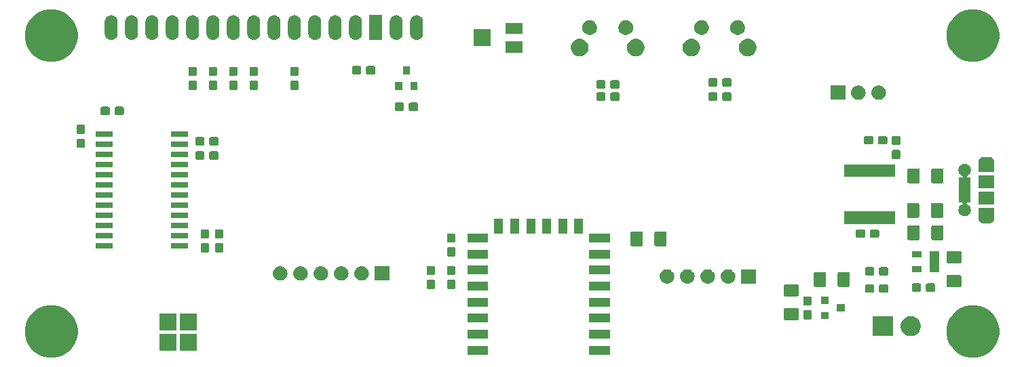
<source format=gbr>
G04 #@! TF.GenerationSoftware,KiCad,Pcbnew,5.0.1-33cea8e~68~ubuntu16.04.1*
G04 #@! TF.CreationDate,2019-05-31T14:34:39+02:00*
G04 #@! TF.ProjectId,VCOMLCD,56434F4D4C43442E6B696361645F7063,rev?*
G04 #@! TF.SameCoordinates,Original*
G04 #@! TF.FileFunction,Soldermask,Top*
G04 #@! TF.FilePolarity,Negative*
%FSLAX46Y46*%
G04 Gerber Fmt 4.6, Leading zero omitted, Abs format (unit mm)*
G04 Created by KiCad (PCBNEW 5.0.1-33cea8e~68~ubuntu16.04.1) date pią, 31 maj 2019, 14:34:39*
%MOMM*%
%LPD*%
G01*
G04 APERTURE LIST*
%ADD10C,0.100000*%
G04 APERTURE END LIST*
D10*
G36*
X197382865Y-86895855D02*
X197983609Y-87144691D01*
X198524268Y-87505948D01*
X198984052Y-87965732D01*
X199345309Y-88506391D01*
X199594145Y-89107135D01*
X199721000Y-89744878D01*
X199721000Y-90395122D01*
X199594145Y-91032865D01*
X199345309Y-91633609D01*
X198984052Y-92174268D01*
X198524268Y-92634052D01*
X197983609Y-92995309D01*
X197382865Y-93244145D01*
X196745122Y-93371000D01*
X196094878Y-93371000D01*
X195457135Y-93244145D01*
X194856391Y-92995309D01*
X194315732Y-92634052D01*
X193855948Y-92174268D01*
X193494691Y-91633609D01*
X193245855Y-91032865D01*
X193119000Y-90395122D01*
X193119000Y-89744878D01*
X193245855Y-89107135D01*
X193494691Y-88506391D01*
X193855948Y-87965732D01*
X194315732Y-87505948D01*
X194856391Y-87144691D01*
X195457135Y-86895855D01*
X196094878Y-86769000D01*
X196745122Y-86769000D01*
X197382865Y-86895855D01*
X197382865Y-86895855D01*
G37*
G36*
X82382865Y-86895855D02*
X82983609Y-87144691D01*
X83524268Y-87505948D01*
X83984052Y-87965732D01*
X84345309Y-88506391D01*
X84594145Y-89107135D01*
X84721000Y-89744878D01*
X84721000Y-90395122D01*
X84594145Y-91032865D01*
X84345309Y-91633609D01*
X83984052Y-92174268D01*
X83524268Y-92634052D01*
X82983609Y-92995309D01*
X82382865Y-93244145D01*
X81745122Y-93371000D01*
X81094878Y-93371000D01*
X80457135Y-93244145D01*
X79856391Y-92995309D01*
X79315732Y-92634052D01*
X78855948Y-92174268D01*
X78494691Y-91633609D01*
X78245855Y-91032865D01*
X78119000Y-90395122D01*
X78119000Y-89744878D01*
X78245855Y-89107135D01*
X78494691Y-88506391D01*
X78855948Y-87965732D01*
X79315732Y-87505948D01*
X79856391Y-87144691D01*
X80457135Y-86895855D01*
X81094878Y-86769000D01*
X81745122Y-86769000D01*
X82382865Y-86895855D01*
X82382865Y-86895855D01*
G37*
G36*
X151141000Y-92951000D02*
X148539000Y-92951000D01*
X148539000Y-91849000D01*
X151141000Y-91849000D01*
X151141000Y-92951000D01*
X151141000Y-92951000D01*
G37*
G36*
X135941000Y-92951000D02*
X133339000Y-92951000D01*
X133339000Y-91849000D01*
X135941000Y-91849000D01*
X135941000Y-92951000D01*
X135941000Y-92951000D01*
G37*
G36*
X97063000Y-92491000D02*
X94961000Y-92491000D01*
X94961000Y-90389000D01*
X97063000Y-90389000D01*
X97063000Y-92491000D01*
X97063000Y-92491000D01*
G37*
G36*
X99603000Y-92491000D02*
X97501000Y-92491000D01*
X97501000Y-90389000D01*
X99603000Y-90389000D01*
X99603000Y-92491000D01*
X99603000Y-92491000D01*
G37*
G36*
X135941000Y-90951000D02*
X133339000Y-90951000D01*
X133339000Y-89849000D01*
X135941000Y-89849000D01*
X135941000Y-90951000D01*
X135941000Y-90951000D01*
G37*
G36*
X151141000Y-90951000D02*
X148539000Y-90951000D01*
X148539000Y-89849000D01*
X151141000Y-89849000D01*
X151141000Y-90951000D01*
X151141000Y-90951000D01*
G37*
G36*
X188849635Y-88169019D02*
X189030903Y-88205075D01*
X189258571Y-88299378D01*
X189426371Y-88411499D01*
X189463469Y-88436287D01*
X189637713Y-88610531D01*
X189637715Y-88610534D01*
X189774622Y-88815429D01*
X189868925Y-89043097D01*
X189917000Y-89284787D01*
X189917000Y-89531213D01*
X189868925Y-89772903D01*
X189774622Y-90000571D01*
X189638332Y-90204542D01*
X189637713Y-90205469D01*
X189463469Y-90379713D01*
X189463466Y-90379715D01*
X189258571Y-90516622D01*
X189030903Y-90610925D01*
X188849635Y-90646981D01*
X188789214Y-90659000D01*
X188542786Y-90659000D01*
X188482365Y-90646981D01*
X188301097Y-90610925D01*
X188073429Y-90516622D01*
X187868534Y-90379715D01*
X187868531Y-90379713D01*
X187694287Y-90205469D01*
X187693668Y-90204542D01*
X187557378Y-90000571D01*
X187463075Y-89772903D01*
X187415000Y-89531213D01*
X187415000Y-89284787D01*
X187463075Y-89043097D01*
X187557378Y-88815429D01*
X187694285Y-88610534D01*
X187694287Y-88610531D01*
X187868531Y-88436287D01*
X187905629Y-88411499D01*
X188073429Y-88299378D01*
X188301097Y-88205075D01*
X188482365Y-88169019D01*
X188542786Y-88157000D01*
X188789214Y-88157000D01*
X188849635Y-88169019D01*
X188849635Y-88169019D01*
G37*
G36*
X186417000Y-90659000D02*
X183915000Y-90659000D01*
X183915000Y-88157000D01*
X186417000Y-88157000D01*
X186417000Y-90659000D01*
X186417000Y-90659000D01*
G37*
G36*
X99603000Y-89951000D02*
X97501000Y-89951000D01*
X97501000Y-87849000D01*
X99603000Y-87849000D01*
X99603000Y-89951000D01*
X99603000Y-89951000D01*
G37*
G36*
X97063000Y-89951000D02*
X94961000Y-89951000D01*
X94961000Y-87849000D01*
X97063000Y-87849000D01*
X97063000Y-89951000D01*
X97063000Y-89951000D01*
G37*
G36*
X135941000Y-88951000D02*
X133339000Y-88951000D01*
X133339000Y-87849000D01*
X135941000Y-87849000D01*
X135941000Y-88951000D01*
X135941000Y-88951000D01*
G37*
G36*
X151141000Y-88951000D02*
X148539000Y-88951000D01*
X148539000Y-87849000D01*
X151141000Y-87849000D01*
X151141000Y-88951000D01*
X151141000Y-88951000D01*
G37*
G36*
X174511562Y-87124681D02*
X174546477Y-87135273D01*
X174578665Y-87152478D01*
X174606873Y-87175627D01*
X174630022Y-87203835D01*
X174647227Y-87236023D01*
X174657819Y-87270938D01*
X174662000Y-87313395D01*
X174662000Y-88454605D01*
X174657819Y-88497062D01*
X174647227Y-88531977D01*
X174630022Y-88564165D01*
X174606873Y-88592373D01*
X174578665Y-88615522D01*
X174546477Y-88632727D01*
X174511562Y-88643319D01*
X174469105Y-88647500D01*
X173002895Y-88647500D01*
X172960438Y-88643319D01*
X172925523Y-88632727D01*
X172893335Y-88615522D01*
X172865127Y-88592373D01*
X172841978Y-88564165D01*
X172824773Y-88531977D01*
X172814181Y-88497062D01*
X172810000Y-88454605D01*
X172810000Y-87313395D01*
X172814181Y-87270938D01*
X172824773Y-87236023D01*
X172841978Y-87203835D01*
X172865127Y-87175627D01*
X172893335Y-87152478D01*
X172925523Y-87135273D01*
X172960438Y-87124681D01*
X173002895Y-87120500D01*
X174469105Y-87120500D01*
X174511562Y-87124681D01*
X174511562Y-87124681D01*
G37*
G36*
X176132499Y-87425445D02*
X176169993Y-87436819D01*
X176204557Y-87455294D01*
X176234847Y-87480153D01*
X176259706Y-87510443D01*
X176278181Y-87545007D01*
X176289555Y-87582501D01*
X176294000Y-87627638D01*
X176294000Y-88366362D01*
X176289555Y-88411499D01*
X176278181Y-88448993D01*
X176259706Y-88483557D01*
X176234847Y-88513847D01*
X176204557Y-88538706D01*
X176169993Y-88557181D01*
X176132499Y-88568555D01*
X176087362Y-88573000D01*
X175448638Y-88573000D01*
X175403501Y-88568555D01*
X175366007Y-88557181D01*
X175331443Y-88538706D01*
X175301153Y-88513847D01*
X175276294Y-88483557D01*
X175257819Y-88448993D01*
X175246445Y-88411499D01*
X175242000Y-88366362D01*
X175242000Y-87627638D01*
X175246445Y-87582501D01*
X175257819Y-87545007D01*
X175276294Y-87510443D01*
X175301153Y-87480153D01*
X175331443Y-87455294D01*
X175366007Y-87436819D01*
X175403501Y-87425445D01*
X175448638Y-87421000D01*
X176087362Y-87421000D01*
X176132499Y-87425445D01*
X176132499Y-87425445D01*
G37*
G36*
X178444000Y-88523000D02*
X177442000Y-88523000D01*
X177442000Y-87621000D01*
X178444000Y-87621000D01*
X178444000Y-88523000D01*
X178444000Y-88523000D01*
G37*
G36*
X180444000Y-87573000D02*
X179442000Y-87573000D01*
X179442000Y-86671000D01*
X180444000Y-86671000D01*
X180444000Y-87573000D01*
X180444000Y-87573000D01*
G37*
G36*
X151141000Y-86951000D02*
X148539000Y-86951000D01*
X148539000Y-85849000D01*
X151141000Y-85849000D01*
X151141000Y-86951000D01*
X151141000Y-86951000D01*
G37*
G36*
X135941000Y-86951000D02*
X133339000Y-86951000D01*
X133339000Y-85849000D01*
X135941000Y-85849000D01*
X135941000Y-86951000D01*
X135941000Y-86951000D01*
G37*
G36*
X176132499Y-85675445D02*
X176169993Y-85686819D01*
X176204557Y-85705294D01*
X176234847Y-85730153D01*
X176259706Y-85760443D01*
X176278181Y-85795007D01*
X176289555Y-85832501D01*
X176294000Y-85877638D01*
X176294000Y-86616362D01*
X176289555Y-86661499D01*
X176278181Y-86698993D01*
X176259706Y-86733557D01*
X176234847Y-86763847D01*
X176204557Y-86788706D01*
X176169993Y-86807181D01*
X176132499Y-86818555D01*
X176087362Y-86823000D01*
X175448638Y-86823000D01*
X175403501Y-86818555D01*
X175366007Y-86807181D01*
X175331443Y-86788706D01*
X175301153Y-86763847D01*
X175276294Y-86733557D01*
X175257819Y-86698993D01*
X175246445Y-86661499D01*
X175242000Y-86616362D01*
X175242000Y-85877638D01*
X175246445Y-85832501D01*
X175257819Y-85795007D01*
X175276294Y-85760443D01*
X175301153Y-85730153D01*
X175331443Y-85705294D01*
X175366007Y-85686819D01*
X175403501Y-85675445D01*
X175448638Y-85671000D01*
X176087362Y-85671000D01*
X176132499Y-85675445D01*
X176132499Y-85675445D01*
G37*
G36*
X178444000Y-86623000D02*
X177442000Y-86623000D01*
X177442000Y-85721000D01*
X178444000Y-85721000D01*
X178444000Y-86623000D01*
X178444000Y-86623000D01*
G37*
G36*
X174511562Y-84149681D02*
X174546477Y-84160273D01*
X174578665Y-84177478D01*
X174606873Y-84200627D01*
X174630022Y-84228835D01*
X174647227Y-84261023D01*
X174657819Y-84295938D01*
X174662000Y-84338395D01*
X174662000Y-85479605D01*
X174657819Y-85522062D01*
X174647227Y-85556977D01*
X174630022Y-85589165D01*
X174606873Y-85617373D01*
X174578665Y-85640522D01*
X174546477Y-85657727D01*
X174511562Y-85668319D01*
X174469105Y-85672500D01*
X173002895Y-85672500D01*
X172960438Y-85668319D01*
X172925523Y-85657727D01*
X172893335Y-85640522D01*
X172865127Y-85617373D01*
X172841978Y-85589165D01*
X172824773Y-85556977D01*
X172814181Y-85522062D01*
X172810000Y-85479605D01*
X172810000Y-84338395D01*
X172814181Y-84295938D01*
X172824773Y-84261023D01*
X172841978Y-84228835D01*
X172865127Y-84200627D01*
X172893335Y-84177478D01*
X172925523Y-84160273D01*
X172960438Y-84149681D01*
X173002895Y-84145500D01*
X174469105Y-84145500D01*
X174511562Y-84149681D01*
X174511562Y-84149681D01*
G37*
G36*
X185693499Y-84187445D02*
X185730993Y-84198819D01*
X185765557Y-84217294D01*
X185795847Y-84242153D01*
X185820706Y-84272443D01*
X185839181Y-84307007D01*
X185850555Y-84344501D01*
X185855000Y-84389638D01*
X185855000Y-85028362D01*
X185850555Y-85073499D01*
X185839181Y-85110993D01*
X185820706Y-85145557D01*
X185795847Y-85175847D01*
X185765557Y-85200706D01*
X185730993Y-85219181D01*
X185693499Y-85230555D01*
X185648362Y-85235000D01*
X184909638Y-85235000D01*
X184864501Y-85230555D01*
X184827007Y-85219181D01*
X184792443Y-85200706D01*
X184762153Y-85175847D01*
X184737294Y-85145557D01*
X184718819Y-85110993D01*
X184707445Y-85073499D01*
X184703000Y-85028362D01*
X184703000Y-84389638D01*
X184707445Y-84344501D01*
X184718819Y-84307007D01*
X184737294Y-84272443D01*
X184762153Y-84242153D01*
X184792443Y-84217294D01*
X184827007Y-84198819D01*
X184864501Y-84187445D01*
X184909638Y-84183000D01*
X185648362Y-84183000D01*
X185693499Y-84187445D01*
X185693499Y-84187445D01*
G37*
G36*
X183943499Y-84187445D02*
X183980993Y-84198819D01*
X184015557Y-84217294D01*
X184045847Y-84242153D01*
X184070706Y-84272443D01*
X184089181Y-84307007D01*
X184100555Y-84344501D01*
X184105000Y-84389638D01*
X184105000Y-85028362D01*
X184100555Y-85073499D01*
X184089181Y-85110993D01*
X184070706Y-85145557D01*
X184045847Y-85175847D01*
X184015557Y-85200706D01*
X183980993Y-85219181D01*
X183943499Y-85230555D01*
X183898362Y-85235000D01*
X183159638Y-85235000D01*
X183114501Y-85230555D01*
X183077007Y-85219181D01*
X183042443Y-85200706D01*
X183012153Y-85175847D01*
X182987294Y-85145557D01*
X182968819Y-85110993D01*
X182957445Y-85073499D01*
X182953000Y-85028362D01*
X182953000Y-84389638D01*
X182957445Y-84344501D01*
X182968819Y-84307007D01*
X182987294Y-84272443D01*
X183012153Y-84242153D01*
X183042443Y-84217294D01*
X183077007Y-84198819D01*
X183114501Y-84187445D01*
X183159638Y-84183000D01*
X183898362Y-84183000D01*
X183943499Y-84187445D01*
X183943499Y-84187445D01*
G37*
G36*
X191535499Y-84060445D02*
X191572993Y-84071819D01*
X191607557Y-84090294D01*
X191637847Y-84115153D01*
X191662706Y-84145443D01*
X191681181Y-84180007D01*
X191692555Y-84217501D01*
X191697000Y-84262638D01*
X191697000Y-84901362D01*
X191692555Y-84946499D01*
X191681181Y-84983993D01*
X191662706Y-85018557D01*
X191637847Y-85048847D01*
X191607557Y-85073706D01*
X191572993Y-85092181D01*
X191535499Y-85103555D01*
X191490362Y-85108000D01*
X190751638Y-85108000D01*
X190706501Y-85103555D01*
X190669007Y-85092181D01*
X190634443Y-85073706D01*
X190604153Y-85048847D01*
X190579294Y-85018557D01*
X190560819Y-84983993D01*
X190549445Y-84946499D01*
X190545000Y-84901362D01*
X190545000Y-84262638D01*
X190549445Y-84217501D01*
X190560819Y-84180007D01*
X190579294Y-84145443D01*
X190604153Y-84115153D01*
X190634443Y-84090294D01*
X190669007Y-84071819D01*
X190706501Y-84060445D01*
X190751638Y-84056000D01*
X191490362Y-84056000D01*
X191535499Y-84060445D01*
X191535499Y-84060445D01*
G37*
G36*
X189785499Y-84060445D02*
X189822993Y-84071819D01*
X189857557Y-84090294D01*
X189887847Y-84115153D01*
X189912706Y-84145443D01*
X189931181Y-84180007D01*
X189942555Y-84217501D01*
X189947000Y-84262638D01*
X189947000Y-84901362D01*
X189942555Y-84946499D01*
X189931181Y-84983993D01*
X189912706Y-85018557D01*
X189887847Y-85048847D01*
X189857557Y-85073706D01*
X189822993Y-85092181D01*
X189785499Y-85103555D01*
X189740362Y-85108000D01*
X189001638Y-85108000D01*
X188956501Y-85103555D01*
X188919007Y-85092181D01*
X188884443Y-85073706D01*
X188854153Y-85048847D01*
X188829294Y-85018557D01*
X188810819Y-84983993D01*
X188799445Y-84946499D01*
X188795000Y-84901362D01*
X188795000Y-84262638D01*
X188799445Y-84217501D01*
X188810819Y-84180007D01*
X188829294Y-84145443D01*
X188854153Y-84115153D01*
X188884443Y-84090294D01*
X188919007Y-84071819D01*
X188956501Y-84060445D01*
X189001638Y-84056000D01*
X189740362Y-84056000D01*
X189785499Y-84060445D01*
X189785499Y-84060445D01*
G37*
G36*
X151141000Y-84951000D02*
X148539000Y-84951000D01*
X148539000Y-83849000D01*
X151141000Y-83849000D01*
X151141000Y-84951000D01*
X151141000Y-84951000D01*
G37*
G36*
X135941000Y-84951000D02*
X133339000Y-84951000D01*
X133339000Y-83849000D01*
X135941000Y-83849000D01*
X135941000Y-84951000D01*
X135941000Y-84951000D01*
G37*
G36*
X131682499Y-83615445D02*
X131719993Y-83626819D01*
X131754557Y-83645294D01*
X131784847Y-83670153D01*
X131809706Y-83700443D01*
X131828181Y-83735007D01*
X131839555Y-83772501D01*
X131844000Y-83817638D01*
X131844000Y-84556362D01*
X131839555Y-84601499D01*
X131828181Y-84638993D01*
X131809706Y-84673557D01*
X131784847Y-84703847D01*
X131754557Y-84728706D01*
X131719993Y-84747181D01*
X131682499Y-84758555D01*
X131637362Y-84763000D01*
X130998638Y-84763000D01*
X130953501Y-84758555D01*
X130916007Y-84747181D01*
X130881443Y-84728706D01*
X130851153Y-84703847D01*
X130826294Y-84673557D01*
X130807819Y-84638993D01*
X130796445Y-84601499D01*
X130792000Y-84556362D01*
X130792000Y-83817638D01*
X130796445Y-83772501D01*
X130807819Y-83735007D01*
X130826294Y-83700443D01*
X130851153Y-83670153D01*
X130881443Y-83645294D01*
X130916007Y-83626819D01*
X130953501Y-83615445D01*
X130998638Y-83611000D01*
X131637362Y-83611000D01*
X131682499Y-83615445D01*
X131682499Y-83615445D01*
G37*
G36*
X129142499Y-83615445D02*
X129179993Y-83626819D01*
X129214557Y-83645294D01*
X129244847Y-83670153D01*
X129269706Y-83700443D01*
X129288181Y-83735007D01*
X129299555Y-83772501D01*
X129304000Y-83817638D01*
X129304000Y-84556362D01*
X129299555Y-84601499D01*
X129288181Y-84638993D01*
X129269706Y-84673557D01*
X129244847Y-84703847D01*
X129214557Y-84728706D01*
X129179993Y-84747181D01*
X129142499Y-84758555D01*
X129097362Y-84763000D01*
X128458638Y-84763000D01*
X128413501Y-84758555D01*
X128376007Y-84747181D01*
X128341443Y-84728706D01*
X128311153Y-84703847D01*
X128286294Y-84673557D01*
X128267819Y-84638993D01*
X128256445Y-84601499D01*
X128252000Y-84556362D01*
X128252000Y-83817638D01*
X128256445Y-83772501D01*
X128267819Y-83735007D01*
X128286294Y-83700443D01*
X128311153Y-83670153D01*
X128341443Y-83645294D01*
X128376007Y-83626819D01*
X128413501Y-83615445D01*
X128458638Y-83611000D01*
X129097362Y-83611000D01*
X129142499Y-83615445D01*
X129142499Y-83615445D01*
G37*
G36*
X194831562Y-83024181D02*
X194866477Y-83034773D01*
X194898665Y-83051978D01*
X194926873Y-83075127D01*
X194950022Y-83103335D01*
X194967227Y-83135523D01*
X194977819Y-83170438D01*
X194982000Y-83212895D01*
X194982000Y-84354105D01*
X194977819Y-84396562D01*
X194967227Y-84431477D01*
X194950022Y-84463665D01*
X194926873Y-84491873D01*
X194898665Y-84515022D01*
X194866477Y-84532227D01*
X194831562Y-84542819D01*
X194789105Y-84547000D01*
X193322895Y-84547000D01*
X193280438Y-84542819D01*
X193245523Y-84532227D01*
X193213335Y-84515022D01*
X193185127Y-84491873D01*
X193161978Y-84463665D01*
X193144773Y-84431477D01*
X193134181Y-84396562D01*
X193130000Y-84354105D01*
X193130000Y-83212895D01*
X193134181Y-83170438D01*
X193144773Y-83135523D01*
X193161978Y-83103335D01*
X193185127Y-83075127D01*
X193213335Y-83051978D01*
X193245523Y-83034773D01*
X193280438Y-83024181D01*
X193322895Y-83020000D01*
X194789105Y-83020000D01*
X194831562Y-83024181D01*
X194831562Y-83024181D01*
G37*
G36*
X177941562Y-82644181D02*
X177976477Y-82654773D01*
X178008665Y-82671978D01*
X178036873Y-82695127D01*
X178060022Y-82723335D01*
X178077227Y-82755523D01*
X178087819Y-82790438D01*
X178092000Y-82832895D01*
X178092000Y-84299105D01*
X178087819Y-84341562D01*
X178077227Y-84376477D01*
X178060022Y-84408665D01*
X178036873Y-84436873D01*
X178008665Y-84460022D01*
X177976477Y-84477227D01*
X177941562Y-84487819D01*
X177899105Y-84492000D01*
X176757895Y-84492000D01*
X176715438Y-84487819D01*
X176680523Y-84477227D01*
X176648335Y-84460022D01*
X176620127Y-84436873D01*
X176596978Y-84408665D01*
X176579773Y-84376477D01*
X176569181Y-84341562D01*
X176565000Y-84299105D01*
X176565000Y-82832895D01*
X176569181Y-82790438D01*
X176579773Y-82755523D01*
X176596978Y-82723335D01*
X176620127Y-82695127D01*
X176648335Y-82671978D01*
X176680523Y-82654773D01*
X176715438Y-82644181D01*
X176757895Y-82640000D01*
X177899105Y-82640000D01*
X177941562Y-82644181D01*
X177941562Y-82644181D01*
G37*
G36*
X180916562Y-82644181D02*
X180951477Y-82654773D01*
X180983665Y-82671978D01*
X181011873Y-82695127D01*
X181035022Y-82723335D01*
X181052227Y-82755523D01*
X181062819Y-82790438D01*
X181067000Y-82832895D01*
X181067000Y-84299105D01*
X181062819Y-84341562D01*
X181052227Y-84376477D01*
X181035022Y-84408665D01*
X181011873Y-84436873D01*
X180983665Y-84460022D01*
X180951477Y-84477227D01*
X180916562Y-84487819D01*
X180874105Y-84492000D01*
X179732895Y-84492000D01*
X179690438Y-84487819D01*
X179655523Y-84477227D01*
X179623335Y-84460022D01*
X179595127Y-84436873D01*
X179571978Y-84408665D01*
X179554773Y-84376477D01*
X179544181Y-84341562D01*
X179540000Y-84299105D01*
X179540000Y-82832895D01*
X179544181Y-82790438D01*
X179554773Y-82755523D01*
X179571978Y-82723335D01*
X179595127Y-82695127D01*
X179623335Y-82671978D01*
X179655523Y-82654773D01*
X179690438Y-82644181D01*
X179732895Y-82640000D01*
X180874105Y-82640000D01*
X180916562Y-82644181D01*
X180916562Y-82644181D01*
G37*
G36*
X163432443Y-82290519D02*
X163498627Y-82297037D01*
X163611853Y-82331384D01*
X163668467Y-82348557D01*
X163807087Y-82422652D01*
X163824991Y-82432222D01*
X163860729Y-82461552D01*
X163962186Y-82544814D01*
X164029939Y-82627373D01*
X164074778Y-82682009D01*
X164074779Y-82682011D01*
X164158443Y-82838533D01*
X164166262Y-82864309D01*
X164209963Y-83008373D01*
X164227359Y-83185000D01*
X164209963Y-83361627D01*
X164184919Y-83444185D01*
X164158443Y-83531467D01*
X164105230Y-83631020D01*
X164074778Y-83687991D01*
X164060819Y-83705000D01*
X163962186Y-83825186D01*
X163860729Y-83908448D01*
X163824991Y-83937778D01*
X163824989Y-83937779D01*
X163668467Y-84021443D01*
X163611853Y-84038616D01*
X163498627Y-84072963D01*
X163432443Y-84079481D01*
X163366260Y-84086000D01*
X163277740Y-84086000D01*
X163211557Y-84079481D01*
X163145373Y-84072963D01*
X163032147Y-84038616D01*
X162975533Y-84021443D01*
X162819011Y-83937779D01*
X162819009Y-83937778D01*
X162783271Y-83908448D01*
X162681814Y-83825186D01*
X162583181Y-83705000D01*
X162569222Y-83687991D01*
X162538770Y-83631020D01*
X162485557Y-83531467D01*
X162459081Y-83444185D01*
X162434037Y-83361627D01*
X162416641Y-83185000D01*
X162434037Y-83008373D01*
X162477738Y-82864309D01*
X162485557Y-82838533D01*
X162569221Y-82682011D01*
X162569222Y-82682009D01*
X162614061Y-82627373D01*
X162681814Y-82544814D01*
X162783271Y-82461552D01*
X162819009Y-82432222D01*
X162836913Y-82422652D01*
X162975533Y-82348557D01*
X163032147Y-82331384D01*
X163145373Y-82297037D01*
X163211557Y-82290519D01*
X163277740Y-82284000D01*
X163366260Y-82284000D01*
X163432443Y-82290519D01*
X163432443Y-82290519D01*
G37*
G36*
X158352443Y-82290519D02*
X158418627Y-82297037D01*
X158531853Y-82331384D01*
X158588467Y-82348557D01*
X158727087Y-82422652D01*
X158744991Y-82432222D01*
X158780729Y-82461552D01*
X158882186Y-82544814D01*
X158949939Y-82627373D01*
X158994778Y-82682009D01*
X158994779Y-82682011D01*
X159078443Y-82838533D01*
X159086262Y-82864309D01*
X159129963Y-83008373D01*
X159147359Y-83185000D01*
X159129963Y-83361627D01*
X159104919Y-83444185D01*
X159078443Y-83531467D01*
X159025230Y-83631020D01*
X158994778Y-83687991D01*
X158980819Y-83705000D01*
X158882186Y-83825186D01*
X158780729Y-83908448D01*
X158744991Y-83937778D01*
X158744989Y-83937779D01*
X158588467Y-84021443D01*
X158531853Y-84038616D01*
X158418627Y-84072963D01*
X158352443Y-84079481D01*
X158286260Y-84086000D01*
X158197740Y-84086000D01*
X158131557Y-84079481D01*
X158065373Y-84072963D01*
X157952147Y-84038616D01*
X157895533Y-84021443D01*
X157739011Y-83937779D01*
X157739009Y-83937778D01*
X157703271Y-83908448D01*
X157601814Y-83825186D01*
X157503181Y-83705000D01*
X157489222Y-83687991D01*
X157458770Y-83631020D01*
X157405557Y-83531467D01*
X157379081Y-83444185D01*
X157354037Y-83361627D01*
X157336641Y-83185000D01*
X157354037Y-83008373D01*
X157397738Y-82864309D01*
X157405557Y-82838533D01*
X157489221Y-82682011D01*
X157489222Y-82682009D01*
X157534061Y-82627373D01*
X157601814Y-82544814D01*
X157703271Y-82461552D01*
X157739009Y-82432222D01*
X157756913Y-82422652D01*
X157895533Y-82348557D01*
X157952147Y-82331384D01*
X158065373Y-82297037D01*
X158131557Y-82290519D01*
X158197740Y-82284000D01*
X158286260Y-82284000D01*
X158352443Y-82290519D01*
X158352443Y-82290519D01*
G37*
G36*
X160892443Y-82290519D02*
X160958627Y-82297037D01*
X161071853Y-82331384D01*
X161128467Y-82348557D01*
X161267087Y-82422652D01*
X161284991Y-82432222D01*
X161320729Y-82461552D01*
X161422186Y-82544814D01*
X161489939Y-82627373D01*
X161534778Y-82682009D01*
X161534779Y-82682011D01*
X161618443Y-82838533D01*
X161626262Y-82864309D01*
X161669963Y-83008373D01*
X161687359Y-83185000D01*
X161669963Y-83361627D01*
X161644919Y-83444185D01*
X161618443Y-83531467D01*
X161565230Y-83631020D01*
X161534778Y-83687991D01*
X161520819Y-83705000D01*
X161422186Y-83825186D01*
X161320729Y-83908448D01*
X161284991Y-83937778D01*
X161284989Y-83937779D01*
X161128467Y-84021443D01*
X161071853Y-84038616D01*
X160958627Y-84072963D01*
X160892443Y-84079481D01*
X160826260Y-84086000D01*
X160737740Y-84086000D01*
X160671557Y-84079481D01*
X160605373Y-84072963D01*
X160492147Y-84038616D01*
X160435533Y-84021443D01*
X160279011Y-83937779D01*
X160279009Y-83937778D01*
X160243271Y-83908448D01*
X160141814Y-83825186D01*
X160043181Y-83705000D01*
X160029222Y-83687991D01*
X159998770Y-83631020D01*
X159945557Y-83531467D01*
X159919081Y-83444185D01*
X159894037Y-83361627D01*
X159876641Y-83185000D01*
X159894037Y-83008373D01*
X159937738Y-82864309D01*
X159945557Y-82838533D01*
X160029221Y-82682011D01*
X160029222Y-82682009D01*
X160074061Y-82627373D01*
X160141814Y-82544814D01*
X160243271Y-82461552D01*
X160279009Y-82432222D01*
X160296913Y-82422652D01*
X160435533Y-82348557D01*
X160492147Y-82331384D01*
X160605373Y-82297037D01*
X160671557Y-82290519D01*
X160737740Y-82284000D01*
X160826260Y-82284000D01*
X160892443Y-82290519D01*
X160892443Y-82290519D01*
G37*
G36*
X165972443Y-82290519D02*
X166038627Y-82297037D01*
X166151853Y-82331384D01*
X166208467Y-82348557D01*
X166347087Y-82422652D01*
X166364991Y-82432222D01*
X166400729Y-82461552D01*
X166502186Y-82544814D01*
X166569939Y-82627373D01*
X166614778Y-82682009D01*
X166614779Y-82682011D01*
X166698443Y-82838533D01*
X166706262Y-82864309D01*
X166749963Y-83008373D01*
X166767359Y-83185000D01*
X166749963Y-83361627D01*
X166724919Y-83444185D01*
X166698443Y-83531467D01*
X166645230Y-83631020D01*
X166614778Y-83687991D01*
X166600819Y-83705000D01*
X166502186Y-83825186D01*
X166400729Y-83908448D01*
X166364991Y-83937778D01*
X166364989Y-83937779D01*
X166208467Y-84021443D01*
X166151853Y-84038616D01*
X166038627Y-84072963D01*
X165972443Y-84079481D01*
X165906260Y-84086000D01*
X165817740Y-84086000D01*
X165751557Y-84079481D01*
X165685373Y-84072963D01*
X165572147Y-84038616D01*
X165515533Y-84021443D01*
X165359011Y-83937779D01*
X165359009Y-83937778D01*
X165323271Y-83908448D01*
X165221814Y-83825186D01*
X165123181Y-83705000D01*
X165109222Y-83687991D01*
X165078770Y-83631020D01*
X165025557Y-83531467D01*
X164999081Y-83444185D01*
X164974037Y-83361627D01*
X164956641Y-83185000D01*
X164974037Y-83008373D01*
X165017738Y-82864309D01*
X165025557Y-82838533D01*
X165109221Y-82682011D01*
X165109222Y-82682009D01*
X165154061Y-82627373D01*
X165221814Y-82544814D01*
X165323271Y-82461552D01*
X165359009Y-82432222D01*
X165376913Y-82422652D01*
X165515533Y-82348557D01*
X165572147Y-82331384D01*
X165685373Y-82297037D01*
X165751557Y-82290519D01*
X165817740Y-82284000D01*
X165906260Y-82284000D01*
X165972443Y-82290519D01*
X165972443Y-82290519D01*
G37*
G36*
X169303000Y-84086000D02*
X167501000Y-84086000D01*
X167501000Y-82284000D01*
X169303000Y-82284000D01*
X169303000Y-84086000D01*
X169303000Y-84086000D01*
G37*
G36*
X117712442Y-81909518D02*
X117778627Y-81916037D01*
X117891853Y-81950384D01*
X117948467Y-81967557D01*
X118051258Y-82022501D01*
X118104991Y-82051222D01*
X118125828Y-82068323D01*
X118242186Y-82163814D01*
X118297026Y-82230638D01*
X118354778Y-82301009D01*
X118354779Y-82301011D01*
X118438443Y-82457533D01*
X118438443Y-82457534D01*
X118489963Y-82627373D01*
X118507359Y-82804000D01*
X118489963Y-82980627D01*
X118464324Y-83065148D01*
X118438443Y-83150467D01*
X118427768Y-83170438D01*
X118354778Y-83306991D01*
X118325448Y-83342729D01*
X118242186Y-83444186D01*
X118140729Y-83527448D01*
X118104991Y-83556778D01*
X118104989Y-83556779D01*
X117948467Y-83640443D01*
X117899413Y-83655323D01*
X117778627Y-83691963D01*
X117712442Y-83698482D01*
X117646260Y-83705000D01*
X117557740Y-83705000D01*
X117491558Y-83698482D01*
X117425373Y-83691963D01*
X117304587Y-83655323D01*
X117255533Y-83640443D01*
X117099011Y-83556779D01*
X117099009Y-83556778D01*
X117063271Y-83527448D01*
X116961814Y-83444186D01*
X116878552Y-83342729D01*
X116849222Y-83306991D01*
X116776232Y-83170438D01*
X116765557Y-83150467D01*
X116739676Y-83065148D01*
X116714037Y-82980627D01*
X116696641Y-82804000D01*
X116714037Y-82627373D01*
X116765557Y-82457534D01*
X116765557Y-82457533D01*
X116849221Y-82301011D01*
X116849222Y-82301009D01*
X116906974Y-82230638D01*
X116961814Y-82163814D01*
X117078172Y-82068323D01*
X117099009Y-82051222D01*
X117152742Y-82022501D01*
X117255533Y-81967557D01*
X117312147Y-81950384D01*
X117425373Y-81916037D01*
X117491558Y-81909518D01*
X117557740Y-81903000D01*
X117646260Y-81903000D01*
X117712442Y-81909518D01*
X117712442Y-81909518D01*
G37*
G36*
X123583000Y-83705000D02*
X121781000Y-83705000D01*
X121781000Y-81903000D01*
X123583000Y-81903000D01*
X123583000Y-83705000D01*
X123583000Y-83705000D01*
G37*
G36*
X120252442Y-81909518D02*
X120318627Y-81916037D01*
X120431853Y-81950384D01*
X120488467Y-81967557D01*
X120591258Y-82022501D01*
X120644991Y-82051222D01*
X120665828Y-82068323D01*
X120782186Y-82163814D01*
X120837026Y-82230638D01*
X120894778Y-82301009D01*
X120894779Y-82301011D01*
X120978443Y-82457533D01*
X120978443Y-82457534D01*
X121029963Y-82627373D01*
X121047359Y-82804000D01*
X121029963Y-82980627D01*
X121004324Y-83065148D01*
X120978443Y-83150467D01*
X120967768Y-83170438D01*
X120894778Y-83306991D01*
X120865448Y-83342729D01*
X120782186Y-83444186D01*
X120680729Y-83527448D01*
X120644991Y-83556778D01*
X120644989Y-83556779D01*
X120488467Y-83640443D01*
X120439413Y-83655323D01*
X120318627Y-83691963D01*
X120252442Y-83698482D01*
X120186260Y-83705000D01*
X120097740Y-83705000D01*
X120031558Y-83698482D01*
X119965373Y-83691963D01*
X119844587Y-83655323D01*
X119795533Y-83640443D01*
X119639011Y-83556779D01*
X119639009Y-83556778D01*
X119603271Y-83527448D01*
X119501814Y-83444186D01*
X119418552Y-83342729D01*
X119389222Y-83306991D01*
X119316232Y-83170438D01*
X119305557Y-83150467D01*
X119279676Y-83065148D01*
X119254037Y-82980627D01*
X119236641Y-82804000D01*
X119254037Y-82627373D01*
X119305557Y-82457534D01*
X119305557Y-82457533D01*
X119389221Y-82301011D01*
X119389222Y-82301009D01*
X119446974Y-82230638D01*
X119501814Y-82163814D01*
X119618172Y-82068323D01*
X119639009Y-82051222D01*
X119692742Y-82022501D01*
X119795533Y-81967557D01*
X119852147Y-81950384D01*
X119965373Y-81916037D01*
X120031558Y-81909518D01*
X120097740Y-81903000D01*
X120186260Y-81903000D01*
X120252442Y-81909518D01*
X120252442Y-81909518D01*
G37*
G36*
X115172442Y-81909518D02*
X115238627Y-81916037D01*
X115351853Y-81950384D01*
X115408467Y-81967557D01*
X115511258Y-82022501D01*
X115564991Y-82051222D01*
X115585828Y-82068323D01*
X115702186Y-82163814D01*
X115757026Y-82230638D01*
X115814778Y-82301009D01*
X115814779Y-82301011D01*
X115898443Y-82457533D01*
X115898443Y-82457534D01*
X115949963Y-82627373D01*
X115967359Y-82804000D01*
X115949963Y-82980627D01*
X115924324Y-83065148D01*
X115898443Y-83150467D01*
X115887768Y-83170438D01*
X115814778Y-83306991D01*
X115785448Y-83342729D01*
X115702186Y-83444186D01*
X115600729Y-83527448D01*
X115564991Y-83556778D01*
X115564989Y-83556779D01*
X115408467Y-83640443D01*
X115359413Y-83655323D01*
X115238627Y-83691963D01*
X115172442Y-83698482D01*
X115106260Y-83705000D01*
X115017740Y-83705000D01*
X114951558Y-83698482D01*
X114885373Y-83691963D01*
X114764587Y-83655323D01*
X114715533Y-83640443D01*
X114559011Y-83556779D01*
X114559009Y-83556778D01*
X114523271Y-83527448D01*
X114421814Y-83444186D01*
X114338552Y-83342729D01*
X114309222Y-83306991D01*
X114236232Y-83170438D01*
X114225557Y-83150467D01*
X114199676Y-83065148D01*
X114174037Y-82980627D01*
X114156641Y-82804000D01*
X114174037Y-82627373D01*
X114225557Y-82457534D01*
X114225557Y-82457533D01*
X114309221Y-82301011D01*
X114309222Y-82301009D01*
X114366974Y-82230638D01*
X114421814Y-82163814D01*
X114538172Y-82068323D01*
X114559009Y-82051222D01*
X114612742Y-82022501D01*
X114715533Y-81967557D01*
X114772147Y-81950384D01*
X114885373Y-81916037D01*
X114951558Y-81909518D01*
X115017740Y-81903000D01*
X115106260Y-81903000D01*
X115172442Y-81909518D01*
X115172442Y-81909518D01*
G37*
G36*
X112632442Y-81909518D02*
X112698627Y-81916037D01*
X112811853Y-81950384D01*
X112868467Y-81967557D01*
X112971258Y-82022501D01*
X113024991Y-82051222D01*
X113045828Y-82068323D01*
X113162186Y-82163814D01*
X113217026Y-82230638D01*
X113274778Y-82301009D01*
X113274779Y-82301011D01*
X113358443Y-82457533D01*
X113358443Y-82457534D01*
X113409963Y-82627373D01*
X113427359Y-82804000D01*
X113409963Y-82980627D01*
X113384324Y-83065148D01*
X113358443Y-83150467D01*
X113347768Y-83170438D01*
X113274778Y-83306991D01*
X113245448Y-83342729D01*
X113162186Y-83444186D01*
X113060729Y-83527448D01*
X113024991Y-83556778D01*
X113024989Y-83556779D01*
X112868467Y-83640443D01*
X112819413Y-83655323D01*
X112698627Y-83691963D01*
X112632442Y-83698482D01*
X112566260Y-83705000D01*
X112477740Y-83705000D01*
X112411558Y-83698482D01*
X112345373Y-83691963D01*
X112224587Y-83655323D01*
X112175533Y-83640443D01*
X112019011Y-83556779D01*
X112019009Y-83556778D01*
X111983271Y-83527448D01*
X111881814Y-83444186D01*
X111798552Y-83342729D01*
X111769222Y-83306991D01*
X111696232Y-83170438D01*
X111685557Y-83150467D01*
X111659676Y-83065148D01*
X111634037Y-82980627D01*
X111616641Y-82804000D01*
X111634037Y-82627373D01*
X111685557Y-82457534D01*
X111685557Y-82457533D01*
X111769221Y-82301011D01*
X111769222Y-82301009D01*
X111826974Y-82230638D01*
X111881814Y-82163814D01*
X111998172Y-82068323D01*
X112019009Y-82051222D01*
X112072742Y-82022501D01*
X112175533Y-81967557D01*
X112232147Y-81950384D01*
X112345373Y-81916037D01*
X112411558Y-81909518D01*
X112477740Y-81903000D01*
X112566260Y-81903000D01*
X112632442Y-81909518D01*
X112632442Y-81909518D01*
G37*
G36*
X110092442Y-81909518D02*
X110158627Y-81916037D01*
X110271853Y-81950384D01*
X110328467Y-81967557D01*
X110431258Y-82022501D01*
X110484991Y-82051222D01*
X110505828Y-82068323D01*
X110622186Y-82163814D01*
X110677026Y-82230638D01*
X110734778Y-82301009D01*
X110734779Y-82301011D01*
X110818443Y-82457533D01*
X110818443Y-82457534D01*
X110869963Y-82627373D01*
X110887359Y-82804000D01*
X110869963Y-82980627D01*
X110844324Y-83065148D01*
X110818443Y-83150467D01*
X110807768Y-83170438D01*
X110734778Y-83306991D01*
X110705448Y-83342729D01*
X110622186Y-83444186D01*
X110520729Y-83527448D01*
X110484991Y-83556778D01*
X110484989Y-83556779D01*
X110328467Y-83640443D01*
X110279413Y-83655323D01*
X110158627Y-83691963D01*
X110092442Y-83698482D01*
X110026260Y-83705000D01*
X109937740Y-83705000D01*
X109871558Y-83698482D01*
X109805373Y-83691963D01*
X109684587Y-83655323D01*
X109635533Y-83640443D01*
X109479011Y-83556779D01*
X109479009Y-83556778D01*
X109443271Y-83527448D01*
X109341814Y-83444186D01*
X109258552Y-83342729D01*
X109229222Y-83306991D01*
X109156232Y-83170438D01*
X109145557Y-83150467D01*
X109119676Y-83065148D01*
X109094037Y-82980627D01*
X109076641Y-82804000D01*
X109094037Y-82627373D01*
X109145557Y-82457534D01*
X109145557Y-82457533D01*
X109229221Y-82301011D01*
X109229222Y-82301009D01*
X109286974Y-82230638D01*
X109341814Y-82163814D01*
X109458172Y-82068323D01*
X109479009Y-82051222D01*
X109532742Y-82022501D01*
X109635533Y-81967557D01*
X109692147Y-81950384D01*
X109805373Y-81916037D01*
X109871558Y-81909518D01*
X109937740Y-81903000D01*
X110026260Y-81903000D01*
X110092442Y-81909518D01*
X110092442Y-81909518D01*
G37*
G36*
X185693499Y-82028445D02*
X185730993Y-82039819D01*
X185765557Y-82058294D01*
X185795847Y-82083153D01*
X185820706Y-82113443D01*
X185839181Y-82148007D01*
X185850555Y-82185501D01*
X185855000Y-82230638D01*
X185855000Y-82869362D01*
X185850555Y-82914499D01*
X185839181Y-82951993D01*
X185820706Y-82986557D01*
X185795847Y-83016847D01*
X185765557Y-83041706D01*
X185730993Y-83060181D01*
X185693499Y-83071555D01*
X185648362Y-83076000D01*
X184909638Y-83076000D01*
X184864501Y-83071555D01*
X184827007Y-83060181D01*
X184792443Y-83041706D01*
X184762153Y-83016847D01*
X184737294Y-82986557D01*
X184718819Y-82951993D01*
X184707445Y-82914499D01*
X184703000Y-82869362D01*
X184703000Y-82230638D01*
X184707445Y-82185501D01*
X184718819Y-82148007D01*
X184737294Y-82113443D01*
X184762153Y-82083153D01*
X184792443Y-82058294D01*
X184827007Y-82039819D01*
X184864501Y-82028445D01*
X184909638Y-82024000D01*
X185648362Y-82024000D01*
X185693499Y-82028445D01*
X185693499Y-82028445D01*
G37*
G36*
X183943499Y-82028445D02*
X183980993Y-82039819D01*
X184015557Y-82058294D01*
X184045847Y-82083153D01*
X184070706Y-82113443D01*
X184089181Y-82148007D01*
X184100555Y-82185501D01*
X184105000Y-82230638D01*
X184105000Y-82869362D01*
X184100555Y-82914499D01*
X184089181Y-82951993D01*
X184070706Y-82986557D01*
X184045847Y-83016847D01*
X184015557Y-83041706D01*
X183980993Y-83060181D01*
X183943499Y-83071555D01*
X183898362Y-83076000D01*
X183159638Y-83076000D01*
X183114501Y-83071555D01*
X183077007Y-83060181D01*
X183042443Y-83041706D01*
X183012153Y-83016847D01*
X182987294Y-82986557D01*
X182968819Y-82951993D01*
X182957445Y-82914499D01*
X182953000Y-82869362D01*
X182953000Y-82230638D01*
X182957445Y-82185501D01*
X182968819Y-82148007D01*
X182987294Y-82113443D01*
X183012153Y-82083153D01*
X183042443Y-82058294D01*
X183077007Y-82039819D01*
X183114501Y-82028445D01*
X183159638Y-82024000D01*
X183898362Y-82024000D01*
X183943499Y-82028445D01*
X183943499Y-82028445D01*
G37*
G36*
X131682499Y-81865445D02*
X131719993Y-81876819D01*
X131754557Y-81895294D01*
X131784847Y-81920153D01*
X131809706Y-81950443D01*
X131828181Y-81985007D01*
X131839555Y-82022501D01*
X131844000Y-82067638D01*
X131844000Y-82806362D01*
X131839555Y-82851499D01*
X131828181Y-82888993D01*
X131809706Y-82923557D01*
X131784847Y-82953847D01*
X131754557Y-82978706D01*
X131719993Y-82997181D01*
X131682499Y-83008555D01*
X131637362Y-83013000D01*
X130998638Y-83013000D01*
X130953501Y-83008555D01*
X130916007Y-82997181D01*
X130881443Y-82978706D01*
X130851153Y-82953847D01*
X130826294Y-82923557D01*
X130807819Y-82888993D01*
X130796445Y-82851499D01*
X130792000Y-82806362D01*
X130792000Y-82067638D01*
X130796445Y-82022501D01*
X130807819Y-81985007D01*
X130826294Y-81950443D01*
X130851153Y-81920153D01*
X130881443Y-81895294D01*
X130916007Y-81876819D01*
X130953501Y-81865445D01*
X130998638Y-81861000D01*
X131637362Y-81861000D01*
X131682499Y-81865445D01*
X131682499Y-81865445D01*
G37*
G36*
X129142499Y-81865445D02*
X129179993Y-81876819D01*
X129214557Y-81895294D01*
X129244847Y-81920153D01*
X129269706Y-81950443D01*
X129288181Y-81985007D01*
X129299555Y-82022501D01*
X129304000Y-82067638D01*
X129304000Y-82806362D01*
X129299555Y-82851499D01*
X129288181Y-82888993D01*
X129269706Y-82923557D01*
X129244847Y-82953847D01*
X129214557Y-82978706D01*
X129179993Y-82997181D01*
X129142499Y-83008555D01*
X129097362Y-83013000D01*
X128458638Y-83013000D01*
X128413501Y-83008555D01*
X128376007Y-82997181D01*
X128341443Y-82978706D01*
X128311153Y-82953847D01*
X128286294Y-82923557D01*
X128267819Y-82888993D01*
X128256445Y-82851499D01*
X128252000Y-82806362D01*
X128252000Y-82067638D01*
X128256445Y-82022501D01*
X128267819Y-81985007D01*
X128286294Y-81950443D01*
X128311153Y-81920153D01*
X128341443Y-81895294D01*
X128376007Y-81876819D01*
X128413501Y-81865445D01*
X128458638Y-81861000D01*
X129097362Y-81861000D01*
X129142499Y-81865445D01*
X129142499Y-81865445D01*
G37*
G36*
X135941000Y-82951000D02*
X133339000Y-82951000D01*
X133339000Y-81849000D01*
X135941000Y-81849000D01*
X135941000Y-82951000D01*
X135941000Y-82951000D01*
G37*
G36*
X151141000Y-82951000D02*
X148539000Y-82951000D01*
X148539000Y-81849000D01*
X151141000Y-81849000D01*
X151141000Y-82951000D01*
X151141000Y-82951000D01*
G37*
G36*
X192181000Y-82668000D02*
X191019000Y-82668000D01*
X191019000Y-80016000D01*
X192181000Y-80016000D01*
X192181000Y-82668000D01*
X192181000Y-82668000D01*
G37*
G36*
X189981000Y-82668000D02*
X188819000Y-82668000D01*
X188819000Y-81916000D01*
X189981000Y-81916000D01*
X189981000Y-82668000D01*
X189981000Y-82668000D01*
G37*
G36*
X194831562Y-80049181D02*
X194866477Y-80059773D01*
X194898665Y-80076978D01*
X194926873Y-80100127D01*
X194950022Y-80128335D01*
X194967227Y-80160523D01*
X194977819Y-80195438D01*
X194982000Y-80237895D01*
X194982000Y-81379105D01*
X194977819Y-81421562D01*
X194967227Y-81456477D01*
X194950022Y-81488665D01*
X194926873Y-81516873D01*
X194898665Y-81540022D01*
X194866477Y-81557227D01*
X194831562Y-81567819D01*
X194789105Y-81572000D01*
X193322895Y-81572000D01*
X193280438Y-81567819D01*
X193245523Y-81557227D01*
X193213335Y-81540022D01*
X193185127Y-81516873D01*
X193161978Y-81488665D01*
X193144773Y-81456477D01*
X193134181Y-81421562D01*
X193130000Y-81379105D01*
X193130000Y-80237895D01*
X193134181Y-80195438D01*
X193144773Y-80160523D01*
X193161978Y-80128335D01*
X193185127Y-80100127D01*
X193213335Y-80076978D01*
X193245523Y-80059773D01*
X193280438Y-80049181D01*
X193322895Y-80045000D01*
X194789105Y-80045000D01*
X194831562Y-80049181D01*
X194831562Y-80049181D01*
G37*
G36*
X151141000Y-80951000D02*
X148539000Y-80951000D01*
X148539000Y-79849000D01*
X151141000Y-79849000D01*
X151141000Y-80951000D01*
X151141000Y-80951000D01*
G37*
G36*
X135941000Y-80951000D02*
X133339000Y-80951000D01*
X133339000Y-79849000D01*
X135941000Y-79849000D01*
X135941000Y-80951000D01*
X135941000Y-80951000D01*
G37*
G36*
X189981000Y-80768000D02*
X188819000Y-80768000D01*
X188819000Y-80016000D01*
X189981000Y-80016000D01*
X189981000Y-80768000D01*
X189981000Y-80768000D01*
G37*
G36*
X131682499Y-79551445D02*
X131719993Y-79562819D01*
X131754557Y-79581294D01*
X131784847Y-79606153D01*
X131809706Y-79636443D01*
X131828181Y-79671007D01*
X131839555Y-79708501D01*
X131844000Y-79753638D01*
X131844000Y-80492362D01*
X131839555Y-80537499D01*
X131828181Y-80574993D01*
X131809706Y-80609557D01*
X131784847Y-80639847D01*
X131754557Y-80664706D01*
X131719993Y-80683181D01*
X131682499Y-80694555D01*
X131637362Y-80699000D01*
X130998638Y-80699000D01*
X130953501Y-80694555D01*
X130916007Y-80683181D01*
X130881443Y-80664706D01*
X130851153Y-80639847D01*
X130826294Y-80609557D01*
X130807819Y-80574993D01*
X130796445Y-80537499D01*
X130792000Y-80492362D01*
X130792000Y-79753638D01*
X130796445Y-79708501D01*
X130807819Y-79671007D01*
X130826294Y-79636443D01*
X130851153Y-79606153D01*
X130881443Y-79581294D01*
X130916007Y-79562819D01*
X130953501Y-79551445D01*
X130998638Y-79547000D01*
X131637362Y-79547000D01*
X131682499Y-79551445D01*
X131682499Y-79551445D01*
G37*
G36*
X102726499Y-79043445D02*
X102763993Y-79054819D01*
X102798557Y-79073294D01*
X102828847Y-79098153D01*
X102853706Y-79128443D01*
X102872181Y-79163007D01*
X102883555Y-79200501D01*
X102888000Y-79245638D01*
X102888000Y-79984362D01*
X102883555Y-80029499D01*
X102872181Y-80066993D01*
X102853706Y-80101557D01*
X102828847Y-80131847D01*
X102798557Y-80156706D01*
X102763993Y-80175181D01*
X102726499Y-80186555D01*
X102681362Y-80191000D01*
X102042638Y-80191000D01*
X101997501Y-80186555D01*
X101960007Y-80175181D01*
X101925443Y-80156706D01*
X101895153Y-80131847D01*
X101870294Y-80101557D01*
X101851819Y-80066993D01*
X101840445Y-80029499D01*
X101836000Y-79984362D01*
X101836000Y-79245638D01*
X101840445Y-79200501D01*
X101851819Y-79163007D01*
X101870294Y-79128443D01*
X101895153Y-79098153D01*
X101925443Y-79073294D01*
X101960007Y-79054819D01*
X101997501Y-79043445D01*
X102042638Y-79039000D01*
X102681362Y-79039000D01*
X102726499Y-79043445D01*
X102726499Y-79043445D01*
G37*
G36*
X100941500Y-79043445D02*
X100978994Y-79054819D01*
X101013558Y-79073294D01*
X101043848Y-79098153D01*
X101068707Y-79128443D01*
X101087182Y-79163007D01*
X101098556Y-79200501D01*
X101103001Y-79245638D01*
X101103001Y-79984362D01*
X101098556Y-80029499D01*
X101087182Y-80066993D01*
X101068707Y-80101557D01*
X101043848Y-80131847D01*
X101013558Y-80156706D01*
X100978994Y-80175181D01*
X100941500Y-80186555D01*
X100896363Y-80191000D01*
X100257639Y-80191000D01*
X100212502Y-80186555D01*
X100175008Y-80175181D01*
X100140444Y-80156706D01*
X100110154Y-80131847D01*
X100085295Y-80101557D01*
X100066820Y-80066993D01*
X100055446Y-80029499D01*
X100051001Y-79984362D01*
X100051001Y-79245638D01*
X100055446Y-79200501D01*
X100066820Y-79163007D01*
X100085295Y-79128443D01*
X100110154Y-79098153D01*
X100140444Y-79073294D01*
X100175008Y-79054819D01*
X100212502Y-79043445D01*
X100257639Y-79039000D01*
X100896363Y-79039000D01*
X100941500Y-79043445D01*
X100941500Y-79043445D01*
G37*
G36*
X89061000Y-79726000D02*
X86959000Y-79726000D01*
X86959000Y-79024000D01*
X89061000Y-79024000D01*
X89061000Y-79726000D01*
X89061000Y-79726000D01*
G37*
G36*
X98461000Y-79726000D02*
X96359000Y-79726000D01*
X96359000Y-79024000D01*
X98461000Y-79024000D01*
X98461000Y-79726000D01*
X98461000Y-79726000D01*
G37*
G36*
X158056562Y-77564181D02*
X158091477Y-77574773D01*
X158123665Y-77591978D01*
X158151873Y-77615127D01*
X158175022Y-77643335D01*
X158192227Y-77675523D01*
X158202819Y-77710438D01*
X158207000Y-77752895D01*
X158207000Y-79219105D01*
X158202819Y-79261562D01*
X158192227Y-79296477D01*
X158175022Y-79328665D01*
X158151873Y-79356873D01*
X158123665Y-79380022D01*
X158091477Y-79397227D01*
X158056562Y-79407819D01*
X158014105Y-79412000D01*
X156872895Y-79412000D01*
X156830438Y-79407819D01*
X156795523Y-79397227D01*
X156763335Y-79380022D01*
X156735127Y-79356873D01*
X156711978Y-79328665D01*
X156694773Y-79296477D01*
X156684181Y-79261562D01*
X156680000Y-79219105D01*
X156680000Y-77752895D01*
X156684181Y-77710438D01*
X156694773Y-77675523D01*
X156711978Y-77643335D01*
X156735127Y-77615127D01*
X156763335Y-77591978D01*
X156795523Y-77574773D01*
X156830438Y-77564181D01*
X156872895Y-77560000D01*
X158014105Y-77560000D01*
X158056562Y-77564181D01*
X158056562Y-77564181D01*
G37*
G36*
X155081562Y-77564181D02*
X155116477Y-77574773D01*
X155148665Y-77591978D01*
X155176873Y-77615127D01*
X155200022Y-77643335D01*
X155217227Y-77675523D01*
X155227819Y-77710438D01*
X155232000Y-77752895D01*
X155232000Y-79219105D01*
X155227819Y-79261562D01*
X155217227Y-79296477D01*
X155200022Y-79328665D01*
X155176873Y-79356873D01*
X155148665Y-79380022D01*
X155116477Y-79397227D01*
X155081562Y-79407819D01*
X155039105Y-79412000D01*
X153897895Y-79412000D01*
X153855438Y-79407819D01*
X153820523Y-79397227D01*
X153788335Y-79380022D01*
X153760127Y-79356873D01*
X153736978Y-79328665D01*
X153719773Y-79296477D01*
X153709181Y-79261562D01*
X153705000Y-79219105D01*
X153705000Y-77752895D01*
X153709181Y-77710438D01*
X153719773Y-77675523D01*
X153736978Y-77643335D01*
X153760127Y-77615127D01*
X153788335Y-77591978D01*
X153820523Y-77574773D01*
X153855438Y-77564181D01*
X153897895Y-77560000D01*
X155039105Y-77560000D01*
X155081562Y-77564181D01*
X155081562Y-77564181D01*
G37*
G36*
X151141000Y-78951000D02*
X148539000Y-78951000D01*
X148539000Y-77849000D01*
X151141000Y-77849000D01*
X151141000Y-78951000D01*
X151141000Y-78951000D01*
G37*
G36*
X135941000Y-78951000D02*
X133339000Y-78951000D01*
X133339000Y-77849000D01*
X135941000Y-77849000D01*
X135941000Y-78951000D01*
X135941000Y-78951000D01*
G37*
G36*
X131682499Y-77801445D02*
X131719993Y-77812819D01*
X131754557Y-77831294D01*
X131784847Y-77856153D01*
X131809706Y-77886443D01*
X131828181Y-77921007D01*
X131839555Y-77958501D01*
X131844000Y-78003638D01*
X131844000Y-78742362D01*
X131839555Y-78787499D01*
X131828181Y-78824993D01*
X131809706Y-78859557D01*
X131784847Y-78889847D01*
X131754557Y-78914706D01*
X131719993Y-78933181D01*
X131682499Y-78944555D01*
X131637362Y-78949000D01*
X130998638Y-78949000D01*
X130953501Y-78944555D01*
X130916007Y-78933181D01*
X130881443Y-78914706D01*
X130851153Y-78889847D01*
X130826294Y-78859557D01*
X130807819Y-78824993D01*
X130796445Y-78787499D01*
X130792000Y-78742362D01*
X130792000Y-78003638D01*
X130796445Y-77958501D01*
X130807819Y-77921007D01*
X130826294Y-77886443D01*
X130851153Y-77856153D01*
X130881443Y-77831294D01*
X130916007Y-77812819D01*
X130953501Y-77801445D01*
X130998638Y-77797000D01*
X131637362Y-77797000D01*
X131682499Y-77801445D01*
X131682499Y-77801445D01*
G37*
G36*
X189625562Y-76802181D02*
X189660477Y-76812773D01*
X189692665Y-76829978D01*
X189720873Y-76853127D01*
X189744022Y-76881335D01*
X189761227Y-76913523D01*
X189771819Y-76948438D01*
X189776000Y-76990895D01*
X189776000Y-78457105D01*
X189771819Y-78499562D01*
X189761227Y-78534477D01*
X189744022Y-78566665D01*
X189720873Y-78594873D01*
X189692665Y-78618022D01*
X189660477Y-78635227D01*
X189625562Y-78645819D01*
X189583105Y-78650000D01*
X188441895Y-78650000D01*
X188399438Y-78645819D01*
X188364523Y-78635227D01*
X188332335Y-78618022D01*
X188304127Y-78594873D01*
X188280978Y-78566665D01*
X188263773Y-78534477D01*
X188253181Y-78499562D01*
X188249000Y-78457105D01*
X188249000Y-76990895D01*
X188253181Y-76948438D01*
X188263773Y-76913523D01*
X188280978Y-76881335D01*
X188304127Y-76853127D01*
X188332335Y-76829978D01*
X188364523Y-76812773D01*
X188399438Y-76802181D01*
X188441895Y-76798000D01*
X189583105Y-76798000D01*
X189625562Y-76802181D01*
X189625562Y-76802181D01*
G37*
G36*
X192600562Y-76802181D02*
X192635477Y-76812773D01*
X192667665Y-76829978D01*
X192695873Y-76853127D01*
X192719022Y-76881335D01*
X192736227Y-76913523D01*
X192746819Y-76948438D01*
X192751000Y-76990895D01*
X192751000Y-78457105D01*
X192746819Y-78499562D01*
X192736227Y-78534477D01*
X192719022Y-78566665D01*
X192695873Y-78594873D01*
X192667665Y-78618022D01*
X192635477Y-78635227D01*
X192600562Y-78645819D01*
X192558105Y-78650000D01*
X191416895Y-78650000D01*
X191374438Y-78645819D01*
X191339523Y-78635227D01*
X191307335Y-78618022D01*
X191279127Y-78594873D01*
X191255978Y-78566665D01*
X191238773Y-78534477D01*
X191228181Y-78499562D01*
X191224000Y-78457105D01*
X191224000Y-76990895D01*
X191228181Y-76948438D01*
X191238773Y-76913523D01*
X191255978Y-76881335D01*
X191279127Y-76853127D01*
X191307335Y-76829978D01*
X191339523Y-76812773D01*
X191374438Y-76802181D01*
X191416895Y-76798000D01*
X192558105Y-76798000D01*
X192600562Y-76802181D01*
X192600562Y-76802181D01*
G37*
G36*
X98461000Y-78456000D02*
X96359000Y-78456000D01*
X96359000Y-77754000D01*
X98461000Y-77754000D01*
X98461000Y-78456000D01*
X98461000Y-78456000D01*
G37*
G36*
X89061000Y-78456000D02*
X86959000Y-78456000D01*
X86959000Y-77754000D01*
X89061000Y-77754000D01*
X89061000Y-78456000D01*
X89061000Y-78456000D01*
G37*
G36*
X102726499Y-77293445D02*
X102763993Y-77304819D01*
X102798557Y-77323294D01*
X102828847Y-77348153D01*
X102853706Y-77378443D01*
X102872181Y-77413007D01*
X102883555Y-77450501D01*
X102888000Y-77495638D01*
X102888000Y-78234362D01*
X102883555Y-78279499D01*
X102872181Y-78316993D01*
X102853706Y-78351557D01*
X102828847Y-78381847D01*
X102798557Y-78406706D01*
X102763993Y-78425181D01*
X102726499Y-78436555D01*
X102681362Y-78441000D01*
X102042638Y-78441000D01*
X101997501Y-78436555D01*
X101960007Y-78425181D01*
X101925443Y-78406706D01*
X101895153Y-78381847D01*
X101870294Y-78351557D01*
X101851819Y-78316993D01*
X101840445Y-78279499D01*
X101836000Y-78234362D01*
X101836000Y-77495638D01*
X101840445Y-77450501D01*
X101851819Y-77413007D01*
X101870294Y-77378443D01*
X101895153Y-77348153D01*
X101925443Y-77323294D01*
X101960007Y-77304819D01*
X101997501Y-77293445D01*
X102042638Y-77289000D01*
X102681362Y-77289000D01*
X102726499Y-77293445D01*
X102726499Y-77293445D01*
G37*
G36*
X100941500Y-77293445D02*
X100978994Y-77304819D01*
X101013558Y-77323294D01*
X101043848Y-77348153D01*
X101068707Y-77378443D01*
X101087182Y-77413007D01*
X101098556Y-77450501D01*
X101103001Y-77495638D01*
X101103001Y-78234362D01*
X101098556Y-78279499D01*
X101087182Y-78316993D01*
X101068707Y-78351557D01*
X101043848Y-78381847D01*
X101013558Y-78406706D01*
X100978994Y-78425181D01*
X100941500Y-78436555D01*
X100896363Y-78441000D01*
X100257639Y-78441000D01*
X100212502Y-78436555D01*
X100175008Y-78425181D01*
X100140444Y-78406706D01*
X100110154Y-78381847D01*
X100085295Y-78351557D01*
X100066820Y-78316993D01*
X100055446Y-78279499D01*
X100051001Y-78234362D01*
X100051001Y-77495638D01*
X100055446Y-77450501D01*
X100066820Y-77413007D01*
X100085295Y-77378443D01*
X100110154Y-77348153D01*
X100140444Y-77323294D01*
X100175008Y-77304819D01*
X100212502Y-77293445D01*
X100257639Y-77289000D01*
X100896363Y-77289000D01*
X100941500Y-77293445D01*
X100941500Y-77293445D01*
G37*
G36*
X182800499Y-77329445D02*
X182837993Y-77340819D01*
X182872557Y-77359294D01*
X182902847Y-77384153D01*
X182927706Y-77414443D01*
X182946181Y-77449007D01*
X182957555Y-77486501D01*
X182962000Y-77531638D01*
X182962000Y-78170362D01*
X182957555Y-78215499D01*
X182946181Y-78252993D01*
X182927706Y-78287557D01*
X182902847Y-78317847D01*
X182872557Y-78342706D01*
X182837993Y-78361181D01*
X182800499Y-78372555D01*
X182755362Y-78377000D01*
X182016638Y-78377000D01*
X181971501Y-78372555D01*
X181934007Y-78361181D01*
X181899443Y-78342706D01*
X181869153Y-78317847D01*
X181844294Y-78287557D01*
X181825819Y-78252993D01*
X181814445Y-78215499D01*
X181810000Y-78170362D01*
X181810000Y-77531638D01*
X181814445Y-77486501D01*
X181825819Y-77449007D01*
X181844294Y-77414443D01*
X181869153Y-77384153D01*
X181899443Y-77359294D01*
X181934007Y-77340819D01*
X181971501Y-77329445D01*
X182016638Y-77325000D01*
X182755362Y-77325000D01*
X182800499Y-77329445D01*
X182800499Y-77329445D01*
G37*
G36*
X184550499Y-77329445D02*
X184587993Y-77340819D01*
X184622557Y-77359294D01*
X184652847Y-77384153D01*
X184677706Y-77414443D01*
X184696181Y-77449007D01*
X184707555Y-77486501D01*
X184712000Y-77531638D01*
X184712000Y-78170362D01*
X184707555Y-78215499D01*
X184696181Y-78252993D01*
X184677706Y-78287557D01*
X184652847Y-78317847D01*
X184622557Y-78342706D01*
X184587993Y-78361181D01*
X184550499Y-78372555D01*
X184505362Y-78377000D01*
X183766638Y-78377000D01*
X183721501Y-78372555D01*
X183684007Y-78361181D01*
X183649443Y-78342706D01*
X183619153Y-78317847D01*
X183594294Y-78287557D01*
X183575819Y-78252993D01*
X183564445Y-78215499D01*
X183560000Y-78170362D01*
X183560000Y-77531638D01*
X183564445Y-77486501D01*
X183575819Y-77449007D01*
X183594294Y-77414443D01*
X183619153Y-77384153D01*
X183649443Y-77359294D01*
X183684007Y-77340819D01*
X183721501Y-77329445D01*
X183766638Y-77325000D01*
X184505362Y-77325000D01*
X184550499Y-77329445D01*
X184550499Y-77329445D01*
G37*
G36*
X139791000Y-77851000D02*
X138689000Y-77851000D01*
X138689000Y-75949000D01*
X139791000Y-75949000D01*
X139791000Y-77851000D01*
X139791000Y-77851000D01*
G37*
G36*
X137791000Y-77851000D02*
X136689000Y-77851000D01*
X136689000Y-75949000D01*
X137791000Y-75949000D01*
X137791000Y-77851000D01*
X137791000Y-77851000D01*
G37*
G36*
X141791000Y-77851000D02*
X140689000Y-77851000D01*
X140689000Y-75949000D01*
X141791000Y-75949000D01*
X141791000Y-77851000D01*
X141791000Y-77851000D01*
G37*
G36*
X145791000Y-77851000D02*
X144689000Y-77851000D01*
X144689000Y-75949000D01*
X145791000Y-75949000D01*
X145791000Y-77851000D01*
X145791000Y-77851000D01*
G37*
G36*
X143791000Y-77851000D02*
X142689000Y-77851000D01*
X142689000Y-75949000D01*
X143791000Y-75949000D01*
X143791000Y-77851000D01*
X143791000Y-77851000D01*
G37*
G36*
X147791000Y-77851000D02*
X146689000Y-77851000D01*
X146689000Y-75949000D01*
X147791000Y-75949000D01*
X147791000Y-77851000D01*
X147791000Y-77851000D01*
G37*
G36*
X89061000Y-77186000D02*
X86959000Y-77186000D01*
X86959000Y-76484000D01*
X89061000Y-76484000D01*
X89061000Y-77186000D01*
X89061000Y-77186000D01*
G37*
G36*
X98461000Y-77186000D02*
X96359000Y-77186000D01*
X96359000Y-76484000D01*
X98461000Y-76484000D01*
X98461000Y-77186000D01*
X98461000Y-77186000D01*
G37*
G36*
X186716000Y-76624000D02*
X180314000Y-76624000D01*
X180314000Y-75072000D01*
X186716000Y-75072000D01*
X186716000Y-76624000D01*
X186716000Y-76624000D01*
G37*
G36*
X199088500Y-75851886D02*
X199089102Y-75864138D01*
X199091649Y-75890000D01*
X199089102Y-75915862D01*
X199088500Y-75928114D01*
X199088500Y-76001407D01*
X199079543Y-76018165D01*
X199075410Y-76029715D01*
X199041855Y-76140333D01*
X198988319Y-76240491D01*
X198981405Y-76253426D01*
X198900053Y-76352553D01*
X198800926Y-76433905D01*
X198800924Y-76433906D01*
X198687833Y-76494355D01*
X198646927Y-76506763D01*
X198565118Y-76531580D01*
X198501355Y-76537860D01*
X198469474Y-76541000D01*
X197705526Y-76541000D01*
X197673645Y-76537860D01*
X197609882Y-76531580D01*
X197528073Y-76506763D01*
X197487167Y-76494355D01*
X197374076Y-76433906D01*
X197374074Y-76433905D01*
X197274947Y-76352553D01*
X197193595Y-76253426D01*
X197186681Y-76240491D01*
X197133145Y-76140333D01*
X197099590Y-76029715D01*
X197090212Y-76007076D01*
X197086500Y-76001520D01*
X197086500Y-75928114D01*
X197085898Y-75915862D01*
X197083351Y-75890000D01*
X197085898Y-75864138D01*
X197086500Y-75851886D01*
X197086500Y-74639000D01*
X199088500Y-74639000D01*
X199088500Y-75851886D01*
X199088500Y-75851886D01*
G37*
G36*
X98461000Y-75916000D02*
X96359000Y-75916000D01*
X96359000Y-75214000D01*
X98461000Y-75214000D01*
X98461000Y-75916000D01*
X98461000Y-75916000D01*
G37*
G36*
X89061000Y-75916000D02*
X86959000Y-75916000D01*
X86959000Y-75214000D01*
X89061000Y-75214000D01*
X89061000Y-75916000D01*
X89061000Y-75916000D01*
G37*
G36*
X192535562Y-74008181D02*
X192570477Y-74018773D01*
X192602665Y-74035978D01*
X192630873Y-74059127D01*
X192654022Y-74087335D01*
X192671227Y-74119523D01*
X192681819Y-74154438D01*
X192686000Y-74196895D01*
X192686000Y-75663105D01*
X192681819Y-75705562D01*
X192671227Y-75740477D01*
X192654022Y-75772665D01*
X192630873Y-75800873D01*
X192602665Y-75824022D01*
X192570477Y-75841227D01*
X192535562Y-75851819D01*
X192493105Y-75856000D01*
X191351895Y-75856000D01*
X191309438Y-75851819D01*
X191274523Y-75841227D01*
X191242335Y-75824022D01*
X191214127Y-75800873D01*
X191190978Y-75772665D01*
X191173773Y-75740477D01*
X191163181Y-75705562D01*
X191159000Y-75663105D01*
X191159000Y-74196895D01*
X191163181Y-74154438D01*
X191173773Y-74119523D01*
X191190978Y-74087335D01*
X191214127Y-74059127D01*
X191242335Y-74035978D01*
X191274523Y-74018773D01*
X191309438Y-74008181D01*
X191351895Y-74004000D01*
X192493105Y-74004000D01*
X192535562Y-74008181D01*
X192535562Y-74008181D01*
G37*
G36*
X189560562Y-74008181D02*
X189595477Y-74018773D01*
X189627665Y-74035978D01*
X189655873Y-74059127D01*
X189679022Y-74087335D01*
X189696227Y-74119523D01*
X189706819Y-74154438D01*
X189711000Y-74196895D01*
X189711000Y-75663105D01*
X189706819Y-75705562D01*
X189696227Y-75740477D01*
X189679022Y-75772665D01*
X189655873Y-75800873D01*
X189627665Y-75824022D01*
X189595477Y-75841227D01*
X189560562Y-75851819D01*
X189518105Y-75856000D01*
X188376895Y-75856000D01*
X188334438Y-75851819D01*
X188299523Y-75841227D01*
X188267335Y-75824022D01*
X188239127Y-75800873D01*
X188215978Y-75772665D01*
X188198773Y-75740477D01*
X188188181Y-75705562D01*
X188184000Y-75663105D01*
X188184000Y-74196895D01*
X188188181Y-74154438D01*
X188198773Y-74119523D01*
X188215978Y-74087335D01*
X188239127Y-74059127D01*
X188267335Y-74035978D01*
X188299523Y-74018773D01*
X188334438Y-74008181D01*
X188376895Y-74004000D01*
X189518105Y-74004000D01*
X189560562Y-74008181D01*
X189560562Y-74008181D01*
G37*
G36*
X195613849Y-69143820D02*
X195613852Y-69143821D01*
X195613851Y-69143821D01*
X195755074Y-69202317D01*
X195880456Y-69286095D01*
X195882174Y-69287243D01*
X195990257Y-69395326D01*
X195990259Y-69395329D01*
X196075183Y-69522426D01*
X196120427Y-69631657D01*
X196133680Y-69663651D01*
X196163500Y-69813569D01*
X196163500Y-69966431D01*
X196133680Y-70116349D01*
X196133679Y-70116351D01*
X196075183Y-70257574D01*
X196075182Y-70257575D01*
X195990257Y-70384674D01*
X195882174Y-70492757D01*
X195882171Y-70492759D01*
X195755074Y-70577683D01*
X195704778Y-70598516D01*
X195683169Y-70610067D01*
X195664227Y-70625612D01*
X195648682Y-70644554D01*
X195637131Y-70666165D01*
X195630018Y-70689614D01*
X195627616Y-70714000D01*
X195630018Y-70738387D01*
X195637131Y-70761836D01*
X195648683Y-70783447D01*
X195664228Y-70802389D01*
X195683170Y-70817934D01*
X195704781Y-70829485D01*
X195728230Y-70836598D01*
X195752616Y-70839000D01*
X196113500Y-70839000D01*
X196113500Y-73941000D01*
X195752616Y-73941000D01*
X195728230Y-73943402D01*
X195704781Y-73950515D01*
X195683170Y-73962066D01*
X195664228Y-73977612D01*
X195648682Y-73996554D01*
X195637131Y-74018165D01*
X195630018Y-74041614D01*
X195627616Y-74066000D01*
X195630018Y-74090386D01*
X195637131Y-74113835D01*
X195648682Y-74135446D01*
X195664228Y-74154388D01*
X195683170Y-74169934D01*
X195704778Y-74181484D01*
X195755074Y-74202317D01*
X195755075Y-74202318D01*
X195882174Y-74287243D01*
X195990257Y-74395326D01*
X195990259Y-74395329D01*
X196075183Y-74522426D01*
X196120427Y-74631657D01*
X196133680Y-74663651D01*
X196163500Y-74813569D01*
X196163500Y-74966431D01*
X196133680Y-75116349D01*
X196133679Y-75116351D01*
X196075183Y-75257574D01*
X196075182Y-75257575D01*
X195990257Y-75384674D01*
X195882174Y-75492757D01*
X195882171Y-75492759D01*
X195755074Y-75577683D01*
X195645843Y-75622927D01*
X195613849Y-75636180D01*
X195463931Y-75666000D01*
X195311069Y-75666000D01*
X195161151Y-75636180D01*
X195129157Y-75622927D01*
X195019926Y-75577683D01*
X194892829Y-75492759D01*
X194892826Y-75492757D01*
X194784743Y-75384674D01*
X194699818Y-75257575D01*
X194699817Y-75257574D01*
X194641321Y-75116351D01*
X194641320Y-75116349D01*
X194611500Y-74966431D01*
X194611500Y-74813569D01*
X194641320Y-74663651D01*
X194654573Y-74631657D01*
X194699817Y-74522426D01*
X194784741Y-74395329D01*
X194784743Y-74395326D01*
X194892826Y-74287243D01*
X195019925Y-74202318D01*
X195019926Y-74202317D01*
X195070222Y-74181484D01*
X195091831Y-74169933D01*
X195110773Y-74154388D01*
X195126318Y-74135446D01*
X195137869Y-74113835D01*
X195144982Y-74090386D01*
X195147384Y-74066000D01*
X195144982Y-74041613D01*
X195137869Y-74018164D01*
X195126317Y-73996553D01*
X195110772Y-73977611D01*
X195091830Y-73962066D01*
X195070219Y-73950515D01*
X195046770Y-73943402D01*
X195022384Y-73941000D01*
X194661500Y-73941000D01*
X194661500Y-70839000D01*
X195022384Y-70839000D01*
X195046770Y-70836598D01*
X195070219Y-70829485D01*
X195091830Y-70817934D01*
X195110772Y-70802388D01*
X195126318Y-70783446D01*
X195137869Y-70761835D01*
X195144982Y-70738386D01*
X195147384Y-70714000D01*
X195144982Y-70689614D01*
X195137869Y-70666165D01*
X195126318Y-70644554D01*
X195110772Y-70625612D01*
X195091830Y-70610066D01*
X195070222Y-70598516D01*
X195019926Y-70577683D01*
X194892829Y-70492759D01*
X194892826Y-70492757D01*
X194784743Y-70384674D01*
X194699818Y-70257575D01*
X194699817Y-70257574D01*
X194641321Y-70116351D01*
X194641320Y-70116349D01*
X194611500Y-69966431D01*
X194611500Y-69813569D01*
X194641320Y-69663651D01*
X194654573Y-69631657D01*
X194699817Y-69522426D01*
X194784741Y-69395329D01*
X194784743Y-69395326D01*
X194892826Y-69287243D01*
X194894544Y-69286095D01*
X195019926Y-69202317D01*
X195161149Y-69143821D01*
X195161148Y-69143821D01*
X195161151Y-69143820D01*
X195311069Y-69114000D01*
X195463931Y-69114000D01*
X195613849Y-69143820D01*
X195613849Y-69143820D01*
G37*
G36*
X89061000Y-74646000D02*
X86959000Y-74646000D01*
X86959000Y-73944000D01*
X89061000Y-73944000D01*
X89061000Y-74646000D01*
X89061000Y-74646000D01*
G37*
G36*
X98461000Y-74646000D02*
X96359000Y-74646000D01*
X96359000Y-73944000D01*
X98461000Y-73944000D01*
X98461000Y-74646000D01*
X98461000Y-74646000D01*
G37*
G36*
X199088500Y-74191000D02*
X197086500Y-74191000D01*
X197086500Y-72589000D01*
X199088500Y-72589000D01*
X199088500Y-74191000D01*
X199088500Y-74191000D01*
G37*
G36*
X98461000Y-73376000D02*
X96359000Y-73376000D01*
X96359000Y-72674000D01*
X98461000Y-72674000D01*
X98461000Y-73376000D01*
X98461000Y-73376000D01*
G37*
G36*
X89061000Y-73376000D02*
X86959000Y-73376000D01*
X86959000Y-72674000D01*
X89061000Y-72674000D01*
X89061000Y-73376000D01*
X89061000Y-73376000D01*
G37*
G36*
X199088500Y-72191000D02*
X197086500Y-72191000D01*
X197086500Y-70589000D01*
X199088500Y-70589000D01*
X199088500Y-72191000D01*
X199088500Y-72191000D01*
G37*
G36*
X98461000Y-72106000D02*
X96359000Y-72106000D01*
X96359000Y-71404000D01*
X98461000Y-71404000D01*
X98461000Y-72106000D01*
X98461000Y-72106000D01*
G37*
G36*
X89061000Y-72106000D02*
X86959000Y-72106000D01*
X86959000Y-71404000D01*
X89061000Y-71404000D01*
X89061000Y-72106000D01*
X89061000Y-72106000D01*
G37*
G36*
X192600562Y-69690181D02*
X192635477Y-69700773D01*
X192667665Y-69717978D01*
X192695873Y-69741127D01*
X192719022Y-69769335D01*
X192736227Y-69801523D01*
X192746819Y-69836438D01*
X192751000Y-69878895D01*
X192751000Y-71345105D01*
X192746819Y-71387562D01*
X192736227Y-71422477D01*
X192719022Y-71454665D01*
X192695873Y-71482873D01*
X192667665Y-71506022D01*
X192635477Y-71523227D01*
X192600562Y-71533819D01*
X192558105Y-71538000D01*
X191416895Y-71538000D01*
X191374438Y-71533819D01*
X191339523Y-71523227D01*
X191307335Y-71506022D01*
X191279127Y-71482873D01*
X191255978Y-71454665D01*
X191238773Y-71422477D01*
X191228181Y-71387562D01*
X191224000Y-71345105D01*
X191224000Y-69878895D01*
X191228181Y-69836438D01*
X191238773Y-69801523D01*
X191255978Y-69769335D01*
X191279127Y-69741127D01*
X191307335Y-69717978D01*
X191339523Y-69700773D01*
X191374438Y-69690181D01*
X191416895Y-69686000D01*
X192558105Y-69686000D01*
X192600562Y-69690181D01*
X192600562Y-69690181D01*
G37*
G36*
X189625562Y-69690181D02*
X189660477Y-69700773D01*
X189692665Y-69717978D01*
X189720873Y-69741127D01*
X189744022Y-69769335D01*
X189761227Y-69801523D01*
X189771819Y-69836438D01*
X189776000Y-69878895D01*
X189776000Y-71345105D01*
X189771819Y-71387562D01*
X189761227Y-71422477D01*
X189744022Y-71454665D01*
X189720873Y-71482873D01*
X189692665Y-71506022D01*
X189660477Y-71523227D01*
X189625562Y-71533819D01*
X189583105Y-71538000D01*
X188441895Y-71538000D01*
X188399438Y-71533819D01*
X188364523Y-71523227D01*
X188332335Y-71506022D01*
X188304127Y-71482873D01*
X188280978Y-71454665D01*
X188263773Y-71422477D01*
X188253181Y-71387562D01*
X188249000Y-71345105D01*
X188249000Y-69878895D01*
X188253181Y-69836438D01*
X188263773Y-69801523D01*
X188280978Y-69769335D01*
X188304127Y-69741127D01*
X188332335Y-69717978D01*
X188364523Y-69700773D01*
X188399438Y-69690181D01*
X188441895Y-69686000D01*
X189583105Y-69686000D01*
X189625562Y-69690181D01*
X189625562Y-69690181D01*
G37*
G36*
X98461000Y-70836000D02*
X96359000Y-70836000D01*
X96359000Y-70134000D01*
X98461000Y-70134000D01*
X98461000Y-70836000D01*
X98461000Y-70836000D01*
G37*
G36*
X89061000Y-70836000D02*
X86959000Y-70836000D01*
X86959000Y-70134000D01*
X89061000Y-70134000D01*
X89061000Y-70836000D01*
X89061000Y-70836000D01*
G37*
G36*
X186716000Y-70724000D02*
X180314000Y-70724000D01*
X180314000Y-69172000D01*
X186716000Y-69172000D01*
X186716000Y-70724000D01*
X186716000Y-70724000D01*
G37*
G36*
X198501355Y-68242140D02*
X198565118Y-68248420D01*
X198646927Y-68273237D01*
X198687833Y-68285645D01*
X198715366Y-68300362D01*
X198800926Y-68346095D01*
X198900053Y-68427447D01*
X198981405Y-68526574D01*
X198981406Y-68526576D01*
X199041855Y-68639667D01*
X199075410Y-68750285D01*
X199084788Y-68772924D01*
X199088500Y-68778480D01*
X199088500Y-68851886D01*
X199089102Y-68864138D01*
X199091649Y-68890000D01*
X199089102Y-68915862D01*
X199088500Y-68928114D01*
X199088500Y-70141000D01*
X197086500Y-70141000D01*
X197086500Y-68928114D01*
X197085898Y-68915862D01*
X197083351Y-68890000D01*
X197085898Y-68864138D01*
X197086500Y-68851886D01*
X197086500Y-68778593D01*
X197095457Y-68761835D01*
X197099590Y-68750285D01*
X197133145Y-68639667D01*
X197193594Y-68526576D01*
X197193595Y-68526574D01*
X197274947Y-68427447D01*
X197374074Y-68346095D01*
X197459634Y-68300362D01*
X197487167Y-68285645D01*
X197528073Y-68273237D01*
X197609882Y-68248420D01*
X197673645Y-68242140D01*
X197705526Y-68239000D01*
X198469474Y-68239000D01*
X198501355Y-68242140D01*
X198501355Y-68242140D01*
G37*
G36*
X98461000Y-69566000D02*
X96359000Y-69566000D01*
X96359000Y-68864000D01*
X98461000Y-68864000D01*
X98461000Y-69566000D01*
X98461000Y-69566000D01*
G37*
G36*
X89061000Y-69566000D02*
X86959000Y-69566000D01*
X86959000Y-68864000D01*
X89061000Y-68864000D01*
X89061000Y-69566000D01*
X89061000Y-69566000D01*
G37*
G36*
X102127499Y-67550445D02*
X102164993Y-67561819D01*
X102199557Y-67580294D01*
X102229847Y-67605153D01*
X102254706Y-67635443D01*
X102273181Y-67670007D01*
X102284555Y-67707501D01*
X102289000Y-67752638D01*
X102289000Y-68391362D01*
X102284555Y-68436499D01*
X102273181Y-68473993D01*
X102254706Y-68508557D01*
X102229847Y-68538847D01*
X102199557Y-68563706D01*
X102164993Y-68582181D01*
X102127499Y-68593555D01*
X102082362Y-68598000D01*
X101343638Y-68598000D01*
X101298501Y-68593555D01*
X101261007Y-68582181D01*
X101226443Y-68563706D01*
X101196153Y-68538847D01*
X101171294Y-68508557D01*
X101152819Y-68473993D01*
X101141445Y-68436499D01*
X101137000Y-68391362D01*
X101137000Y-67752638D01*
X101141445Y-67707501D01*
X101152819Y-67670007D01*
X101171294Y-67635443D01*
X101196153Y-67605153D01*
X101226443Y-67580294D01*
X101261007Y-67561819D01*
X101298501Y-67550445D01*
X101343638Y-67546000D01*
X102082362Y-67546000D01*
X102127499Y-67550445D01*
X102127499Y-67550445D01*
G37*
G36*
X100377499Y-67550445D02*
X100414993Y-67561819D01*
X100449557Y-67580294D01*
X100479847Y-67605153D01*
X100504706Y-67635443D01*
X100523181Y-67670007D01*
X100534555Y-67707501D01*
X100539000Y-67752638D01*
X100539000Y-68391362D01*
X100534555Y-68436499D01*
X100523181Y-68473993D01*
X100504706Y-68508557D01*
X100479847Y-68538847D01*
X100449557Y-68563706D01*
X100414993Y-68582181D01*
X100377499Y-68593555D01*
X100332362Y-68598000D01*
X99593638Y-68598000D01*
X99548501Y-68593555D01*
X99511007Y-68582181D01*
X99476443Y-68563706D01*
X99446153Y-68538847D01*
X99421294Y-68508557D01*
X99402819Y-68473993D01*
X99391445Y-68436499D01*
X99387000Y-68391362D01*
X99387000Y-67752638D01*
X99391445Y-67707501D01*
X99402819Y-67670007D01*
X99421294Y-67635443D01*
X99446153Y-67605153D01*
X99476443Y-67580294D01*
X99511007Y-67561819D01*
X99548501Y-67550445D01*
X99593638Y-67546000D01*
X100332362Y-67546000D01*
X100377499Y-67550445D01*
X100377499Y-67550445D01*
G37*
G36*
X187181499Y-67359445D02*
X187218993Y-67370819D01*
X187253557Y-67389294D01*
X187283847Y-67414153D01*
X187308706Y-67444443D01*
X187327181Y-67479007D01*
X187338555Y-67516501D01*
X187343000Y-67561638D01*
X187343000Y-68300362D01*
X187338555Y-68345499D01*
X187327181Y-68382993D01*
X187308706Y-68417557D01*
X187283847Y-68447847D01*
X187253557Y-68472706D01*
X187218993Y-68491181D01*
X187181499Y-68502555D01*
X187136362Y-68507000D01*
X186497638Y-68507000D01*
X186452501Y-68502555D01*
X186415007Y-68491181D01*
X186380443Y-68472706D01*
X186350153Y-68447847D01*
X186325294Y-68417557D01*
X186306819Y-68382993D01*
X186295445Y-68345499D01*
X186291000Y-68300362D01*
X186291000Y-67561638D01*
X186295445Y-67516501D01*
X186306819Y-67479007D01*
X186325294Y-67444443D01*
X186350153Y-67414153D01*
X186380443Y-67389294D01*
X186415007Y-67370819D01*
X186452501Y-67359445D01*
X186497638Y-67355000D01*
X187136362Y-67355000D01*
X187181499Y-67359445D01*
X187181499Y-67359445D01*
G37*
G36*
X89061000Y-68296000D02*
X86959000Y-68296000D01*
X86959000Y-67594000D01*
X89061000Y-67594000D01*
X89061000Y-68296000D01*
X89061000Y-68296000D01*
G37*
G36*
X98461000Y-68296000D02*
X96359000Y-68296000D01*
X96359000Y-67594000D01*
X98461000Y-67594000D01*
X98461000Y-68296000D01*
X98461000Y-68296000D01*
G37*
G36*
X85454499Y-65976445D02*
X85491993Y-65987819D01*
X85526557Y-66006294D01*
X85556847Y-66031153D01*
X85581706Y-66061443D01*
X85600181Y-66096007D01*
X85611555Y-66133501D01*
X85616000Y-66178638D01*
X85616000Y-66917362D01*
X85611555Y-66962499D01*
X85600181Y-66999993D01*
X85581706Y-67034557D01*
X85556847Y-67064847D01*
X85526557Y-67089706D01*
X85491993Y-67108181D01*
X85454499Y-67119555D01*
X85409362Y-67124000D01*
X84770638Y-67124000D01*
X84725501Y-67119555D01*
X84688007Y-67108181D01*
X84653443Y-67089706D01*
X84623153Y-67064847D01*
X84598294Y-67034557D01*
X84579819Y-66999993D01*
X84568445Y-66962499D01*
X84564000Y-66917362D01*
X84564000Y-66178638D01*
X84568445Y-66133501D01*
X84579819Y-66096007D01*
X84598294Y-66061443D01*
X84623153Y-66031153D01*
X84653443Y-66006294D01*
X84688007Y-65987819D01*
X84725501Y-65976445D01*
X84770638Y-65972000D01*
X85409362Y-65972000D01*
X85454499Y-65976445D01*
X85454499Y-65976445D01*
G37*
G36*
X89061000Y-67026000D02*
X86959000Y-67026000D01*
X86959000Y-66324000D01*
X89061000Y-66324000D01*
X89061000Y-67026000D01*
X89061000Y-67026000D01*
G37*
G36*
X98461000Y-67026000D02*
X96359000Y-67026000D01*
X96359000Y-66324000D01*
X98461000Y-66324000D01*
X98461000Y-67026000D01*
X98461000Y-67026000D01*
G37*
G36*
X102127499Y-65772445D02*
X102164993Y-65783819D01*
X102199557Y-65802294D01*
X102229847Y-65827153D01*
X102254706Y-65857443D01*
X102273181Y-65892007D01*
X102284555Y-65929501D01*
X102289000Y-65974638D01*
X102289000Y-66613362D01*
X102284555Y-66658499D01*
X102273181Y-66695993D01*
X102254706Y-66730557D01*
X102229847Y-66760847D01*
X102199557Y-66785706D01*
X102164993Y-66804181D01*
X102127499Y-66815555D01*
X102082362Y-66820000D01*
X101343638Y-66820000D01*
X101298501Y-66815555D01*
X101261007Y-66804181D01*
X101226443Y-66785706D01*
X101196153Y-66760847D01*
X101171294Y-66730557D01*
X101152819Y-66695993D01*
X101141445Y-66658499D01*
X101137000Y-66613362D01*
X101137000Y-65974638D01*
X101141445Y-65929501D01*
X101152819Y-65892007D01*
X101171294Y-65857443D01*
X101196153Y-65827153D01*
X101226443Y-65802294D01*
X101261007Y-65783819D01*
X101298501Y-65772445D01*
X101343638Y-65768000D01*
X102082362Y-65768000D01*
X102127499Y-65772445D01*
X102127499Y-65772445D01*
G37*
G36*
X100377499Y-65772445D02*
X100414993Y-65783819D01*
X100449557Y-65802294D01*
X100479847Y-65827153D01*
X100504706Y-65857443D01*
X100523181Y-65892007D01*
X100534555Y-65929501D01*
X100539000Y-65974638D01*
X100539000Y-66613362D01*
X100534555Y-66658499D01*
X100523181Y-66695993D01*
X100504706Y-66730557D01*
X100479847Y-66760847D01*
X100449557Y-66785706D01*
X100414993Y-66804181D01*
X100377499Y-66815555D01*
X100332362Y-66820000D01*
X99593638Y-66820000D01*
X99548501Y-66815555D01*
X99511007Y-66804181D01*
X99476443Y-66785706D01*
X99446153Y-66760847D01*
X99421294Y-66730557D01*
X99402819Y-66695993D01*
X99391445Y-66658499D01*
X99387000Y-66613362D01*
X99387000Y-65974638D01*
X99391445Y-65929501D01*
X99402819Y-65892007D01*
X99421294Y-65857443D01*
X99446153Y-65827153D01*
X99476443Y-65802294D01*
X99511007Y-65783819D01*
X99548501Y-65772445D01*
X99593638Y-65768000D01*
X100332362Y-65768000D01*
X100377499Y-65772445D01*
X100377499Y-65772445D01*
G37*
G36*
X187181499Y-65609445D02*
X187218993Y-65620819D01*
X187253557Y-65639294D01*
X187283847Y-65664153D01*
X187308706Y-65694443D01*
X187327181Y-65729007D01*
X187338555Y-65766501D01*
X187343000Y-65811638D01*
X187343000Y-66550362D01*
X187338555Y-66595499D01*
X187327181Y-66632993D01*
X187308706Y-66667557D01*
X187283847Y-66697847D01*
X187253557Y-66722706D01*
X187218993Y-66741181D01*
X187181499Y-66752555D01*
X187136362Y-66757000D01*
X186497638Y-66757000D01*
X186452501Y-66752555D01*
X186415007Y-66741181D01*
X186380443Y-66722706D01*
X186350153Y-66697847D01*
X186325294Y-66667557D01*
X186306819Y-66632993D01*
X186295445Y-66595499D01*
X186291000Y-66550362D01*
X186291000Y-65811638D01*
X186295445Y-65766501D01*
X186306819Y-65729007D01*
X186325294Y-65694443D01*
X186350153Y-65664153D01*
X186380443Y-65639294D01*
X186415007Y-65620819D01*
X186452501Y-65609445D01*
X186497638Y-65605000D01*
X187136362Y-65605000D01*
X187181499Y-65609445D01*
X187181499Y-65609445D01*
G37*
G36*
X185566499Y-65645445D02*
X185603993Y-65656819D01*
X185638557Y-65675294D01*
X185668847Y-65700153D01*
X185693706Y-65730443D01*
X185712181Y-65765007D01*
X185723555Y-65802501D01*
X185728000Y-65847638D01*
X185728000Y-66486362D01*
X185723555Y-66531499D01*
X185712181Y-66568993D01*
X185693706Y-66603557D01*
X185668847Y-66633847D01*
X185638557Y-66658706D01*
X185603993Y-66677181D01*
X185566499Y-66688555D01*
X185521362Y-66693000D01*
X184782638Y-66693000D01*
X184737501Y-66688555D01*
X184700007Y-66677181D01*
X184665443Y-66658706D01*
X184635153Y-66633847D01*
X184610294Y-66603557D01*
X184591819Y-66568993D01*
X184580445Y-66531499D01*
X184576000Y-66486362D01*
X184576000Y-65847638D01*
X184580445Y-65802501D01*
X184591819Y-65765007D01*
X184610294Y-65730443D01*
X184635153Y-65700153D01*
X184665443Y-65675294D01*
X184700007Y-65656819D01*
X184737501Y-65645445D01*
X184782638Y-65641000D01*
X185521362Y-65641000D01*
X185566499Y-65645445D01*
X185566499Y-65645445D01*
G37*
G36*
X183816499Y-65645445D02*
X183853993Y-65656819D01*
X183888557Y-65675294D01*
X183918847Y-65700153D01*
X183943706Y-65730443D01*
X183962181Y-65765007D01*
X183973555Y-65802501D01*
X183978000Y-65847638D01*
X183978000Y-66486362D01*
X183973555Y-66531499D01*
X183962181Y-66568993D01*
X183943706Y-66603557D01*
X183918847Y-66633847D01*
X183888557Y-66658706D01*
X183853993Y-66677181D01*
X183816499Y-66688555D01*
X183771362Y-66693000D01*
X183032638Y-66693000D01*
X182987501Y-66688555D01*
X182950007Y-66677181D01*
X182915443Y-66658706D01*
X182885153Y-66633847D01*
X182860294Y-66603557D01*
X182841819Y-66568993D01*
X182830445Y-66531499D01*
X182826000Y-66486362D01*
X182826000Y-65847638D01*
X182830445Y-65802501D01*
X182841819Y-65765007D01*
X182860294Y-65730443D01*
X182885153Y-65700153D01*
X182915443Y-65675294D01*
X182950007Y-65656819D01*
X182987501Y-65645445D01*
X183032638Y-65641000D01*
X183771362Y-65641000D01*
X183816499Y-65645445D01*
X183816499Y-65645445D01*
G37*
G36*
X98461000Y-65756000D02*
X96359000Y-65756000D01*
X96359000Y-65054000D01*
X98461000Y-65054000D01*
X98461000Y-65756000D01*
X98461000Y-65756000D01*
G37*
G36*
X89061000Y-65756000D02*
X86959000Y-65756000D01*
X86959000Y-65054000D01*
X89061000Y-65054000D01*
X89061000Y-65756000D01*
X89061000Y-65756000D01*
G37*
G36*
X85454499Y-64226445D02*
X85491993Y-64237819D01*
X85526557Y-64256294D01*
X85556847Y-64281153D01*
X85581706Y-64311443D01*
X85600181Y-64346007D01*
X85611555Y-64383501D01*
X85616000Y-64428638D01*
X85616000Y-65167362D01*
X85611555Y-65212499D01*
X85600181Y-65249993D01*
X85581706Y-65284557D01*
X85556847Y-65314847D01*
X85526557Y-65339706D01*
X85491993Y-65358181D01*
X85454499Y-65369555D01*
X85409362Y-65374000D01*
X84770638Y-65374000D01*
X84725501Y-65369555D01*
X84688007Y-65358181D01*
X84653443Y-65339706D01*
X84623153Y-65314847D01*
X84598294Y-65284557D01*
X84579819Y-65249993D01*
X84568445Y-65212499D01*
X84564000Y-65167362D01*
X84564000Y-64428638D01*
X84568445Y-64383501D01*
X84579819Y-64346007D01*
X84598294Y-64311443D01*
X84623153Y-64281153D01*
X84653443Y-64256294D01*
X84688007Y-64237819D01*
X84725501Y-64226445D01*
X84770638Y-64222000D01*
X85409362Y-64222000D01*
X85454499Y-64226445D01*
X85454499Y-64226445D01*
G37*
G36*
X90316499Y-61962445D02*
X90353993Y-61973819D01*
X90388557Y-61992294D01*
X90418847Y-62017153D01*
X90443706Y-62047443D01*
X90462181Y-62082007D01*
X90473555Y-62119501D01*
X90478000Y-62164638D01*
X90478000Y-62803362D01*
X90473555Y-62848499D01*
X90462181Y-62885993D01*
X90443706Y-62920557D01*
X90418847Y-62950847D01*
X90388557Y-62975706D01*
X90353993Y-62994181D01*
X90316499Y-63005555D01*
X90271362Y-63010000D01*
X89532638Y-63010000D01*
X89487501Y-63005555D01*
X89450007Y-62994181D01*
X89415443Y-62975706D01*
X89385153Y-62950847D01*
X89360294Y-62920557D01*
X89341819Y-62885993D01*
X89330445Y-62848499D01*
X89326000Y-62803362D01*
X89326000Y-62164638D01*
X89330445Y-62119501D01*
X89341819Y-62082007D01*
X89360294Y-62047443D01*
X89385153Y-62017153D01*
X89415443Y-61992294D01*
X89450007Y-61973819D01*
X89487501Y-61962445D01*
X89532638Y-61958000D01*
X90271362Y-61958000D01*
X90316499Y-61962445D01*
X90316499Y-61962445D01*
G37*
G36*
X88566499Y-61962445D02*
X88603993Y-61973819D01*
X88638557Y-61992294D01*
X88668847Y-62017153D01*
X88693706Y-62047443D01*
X88712181Y-62082007D01*
X88723555Y-62119501D01*
X88728000Y-62164638D01*
X88728000Y-62803362D01*
X88723555Y-62848499D01*
X88712181Y-62885993D01*
X88693706Y-62920557D01*
X88668847Y-62950847D01*
X88638557Y-62975706D01*
X88603993Y-62994181D01*
X88566499Y-63005555D01*
X88521362Y-63010000D01*
X87782638Y-63010000D01*
X87737501Y-63005555D01*
X87700007Y-62994181D01*
X87665443Y-62975706D01*
X87635153Y-62950847D01*
X87610294Y-62920557D01*
X87591819Y-62885993D01*
X87580445Y-62848499D01*
X87576000Y-62803362D01*
X87576000Y-62164638D01*
X87580445Y-62119501D01*
X87591819Y-62082007D01*
X87610294Y-62047443D01*
X87635153Y-62017153D01*
X87665443Y-61992294D01*
X87700007Y-61973819D01*
X87737501Y-61962445D01*
X87782638Y-61958000D01*
X88521362Y-61958000D01*
X88566499Y-61962445D01*
X88566499Y-61962445D01*
G37*
G36*
X127019499Y-61454445D02*
X127056993Y-61465819D01*
X127091557Y-61484294D01*
X127121847Y-61509153D01*
X127146706Y-61539443D01*
X127165181Y-61574007D01*
X127176555Y-61611501D01*
X127181000Y-61656638D01*
X127181000Y-62295362D01*
X127176555Y-62340499D01*
X127165181Y-62377993D01*
X127146706Y-62412557D01*
X127121847Y-62442847D01*
X127091557Y-62467706D01*
X127056993Y-62486181D01*
X127019499Y-62497555D01*
X126974362Y-62502000D01*
X126235638Y-62502000D01*
X126190501Y-62497555D01*
X126153007Y-62486181D01*
X126118443Y-62467706D01*
X126088153Y-62442847D01*
X126063294Y-62412557D01*
X126044819Y-62377993D01*
X126033445Y-62340499D01*
X126029000Y-62295362D01*
X126029000Y-61656638D01*
X126033445Y-61611501D01*
X126044819Y-61574007D01*
X126063294Y-61539443D01*
X126088153Y-61509153D01*
X126118443Y-61484294D01*
X126153007Y-61465819D01*
X126190501Y-61454445D01*
X126235638Y-61450000D01*
X126974362Y-61450000D01*
X127019499Y-61454445D01*
X127019499Y-61454445D01*
G37*
G36*
X125269499Y-61454445D02*
X125306993Y-61465819D01*
X125341557Y-61484294D01*
X125371847Y-61509153D01*
X125396706Y-61539443D01*
X125415181Y-61574007D01*
X125426555Y-61611501D01*
X125431000Y-61656638D01*
X125431000Y-62295362D01*
X125426555Y-62340499D01*
X125415181Y-62377993D01*
X125396706Y-62412557D01*
X125371847Y-62442847D01*
X125341557Y-62467706D01*
X125306993Y-62486181D01*
X125269499Y-62497555D01*
X125224362Y-62502000D01*
X124485638Y-62502000D01*
X124440501Y-62497555D01*
X124403007Y-62486181D01*
X124368443Y-62467706D01*
X124338153Y-62442847D01*
X124313294Y-62412557D01*
X124294819Y-62377993D01*
X124283445Y-62340499D01*
X124279000Y-62295362D01*
X124279000Y-61656638D01*
X124283445Y-61611501D01*
X124294819Y-61574007D01*
X124313294Y-61539443D01*
X124338153Y-61509153D01*
X124368443Y-61484294D01*
X124403007Y-61465819D01*
X124440501Y-61454445D01*
X124485638Y-61450000D01*
X125224362Y-61450000D01*
X125269499Y-61454445D01*
X125269499Y-61454445D01*
G37*
G36*
X152165499Y-60184445D02*
X152202993Y-60195819D01*
X152237557Y-60214294D01*
X152267847Y-60239153D01*
X152292706Y-60269443D01*
X152311181Y-60304007D01*
X152322555Y-60341501D01*
X152327000Y-60386638D01*
X152327000Y-61025362D01*
X152322555Y-61070499D01*
X152311181Y-61107993D01*
X152292706Y-61142557D01*
X152267847Y-61172847D01*
X152237557Y-61197706D01*
X152202993Y-61216181D01*
X152165499Y-61227555D01*
X152120362Y-61232000D01*
X151381638Y-61232000D01*
X151336501Y-61227555D01*
X151299007Y-61216181D01*
X151264443Y-61197706D01*
X151234153Y-61172847D01*
X151209294Y-61142557D01*
X151190819Y-61107993D01*
X151179445Y-61070499D01*
X151175000Y-61025362D01*
X151175000Y-60386638D01*
X151179445Y-60341501D01*
X151190819Y-60304007D01*
X151209294Y-60269443D01*
X151234153Y-60239153D01*
X151264443Y-60214294D01*
X151299007Y-60195819D01*
X151336501Y-60184445D01*
X151381638Y-60180000D01*
X152120362Y-60180000D01*
X152165499Y-60184445D01*
X152165499Y-60184445D01*
G37*
G36*
X150415499Y-60184445D02*
X150452993Y-60195819D01*
X150487557Y-60214294D01*
X150517847Y-60239153D01*
X150542706Y-60269443D01*
X150561181Y-60304007D01*
X150572555Y-60341501D01*
X150577000Y-60386638D01*
X150577000Y-61025362D01*
X150572555Y-61070499D01*
X150561181Y-61107993D01*
X150542706Y-61142557D01*
X150517847Y-61172847D01*
X150487557Y-61197706D01*
X150452993Y-61216181D01*
X150415499Y-61227555D01*
X150370362Y-61232000D01*
X149631638Y-61232000D01*
X149586501Y-61227555D01*
X149549007Y-61216181D01*
X149514443Y-61197706D01*
X149484153Y-61172847D01*
X149459294Y-61142557D01*
X149440819Y-61107993D01*
X149429445Y-61070499D01*
X149425000Y-61025362D01*
X149425000Y-60386638D01*
X149429445Y-60341501D01*
X149440819Y-60304007D01*
X149459294Y-60269443D01*
X149484153Y-60239153D01*
X149514443Y-60214294D01*
X149549007Y-60195819D01*
X149586501Y-60184445D01*
X149631638Y-60180000D01*
X150370362Y-60180000D01*
X150415499Y-60184445D01*
X150415499Y-60184445D01*
G37*
G36*
X166135499Y-60184445D02*
X166172993Y-60195819D01*
X166207557Y-60214294D01*
X166237847Y-60239153D01*
X166262706Y-60269443D01*
X166281181Y-60304007D01*
X166292555Y-60341501D01*
X166297000Y-60386638D01*
X166297000Y-61025362D01*
X166292555Y-61070499D01*
X166281181Y-61107993D01*
X166262706Y-61142557D01*
X166237847Y-61172847D01*
X166207557Y-61197706D01*
X166172993Y-61216181D01*
X166135499Y-61227555D01*
X166090362Y-61232000D01*
X165351638Y-61232000D01*
X165306501Y-61227555D01*
X165269007Y-61216181D01*
X165234443Y-61197706D01*
X165204153Y-61172847D01*
X165179294Y-61142557D01*
X165160819Y-61107993D01*
X165149445Y-61070499D01*
X165145000Y-61025362D01*
X165145000Y-60386638D01*
X165149445Y-60341501D01*
X165160819Y-60304007D01*
X165179294Y-60269443D01*
X165204153Y-60239153D01*
X165234443Y-60214294D01*
X165269007Y-60195819D01*
X165306501Y-60184445D01*
X165351638Y-60180000D01*
X166090362Y-60180000D01*
X166135499Y-60184445D01*
X166135499Y-60184445D01*
G37*
G36*
X164385499Y-60184445D02*
X164422993Y-60195819D01*
X164457557Y-60214294D01*
X164487847Y-60239153D01*
X164512706Y-60269443D01*
X164531181Y-60304007D01*
X164542555Y-60341501D01*
X164547000Y-60386638D01*
X164547000Y-61025362D01*
X164542555Y-61070499D01*
X164531181Y-61107993D01*
X164512706Y-61142557D01*
X164487847Y-61172847D01*
X164457557Y-61197706D01*
X164422993Y-61216181D01*
X164385499Y-61227555D01*
X164340362Y-61232000D01*
X163601638Y-61232000D01*
X163556501Y-61227555D01*
X163519007Y-61216181D01*
X163484443Y-61197706D01*
X163454153Y-61172847D01*
X163429294Y-61142557D01*
X163410819Y-61107993D01*
X163399445Y-61070499D01*
X163395000Y-61025362D01*
X163395000Y-60386638D01*
X163399445Y-60341501D01*
X163410819Y-60304007D01*
X163429294Y-60269443D01*
X163454153Y-60239153D01*
X163484443Y-60214294D01*
X163519007Y-60195819D01*
X163556501Y-60184445D01*
X163601638Y-60180000D01*
X164340362Y-60180000D01*
X164385499Y-60184445D01*
X164385499Y-60184445D01*
G37*
G36*
X180479000Y-61099000D02*
X178677000Y-61099000D01*
X178677000Y-59297000D01*
X180479000Y-59297000D01*
X180479000Y-61099000D01*
X180479000Y-61099000D01*
G37*
G36*
X184768442Y-59303518D02*
X184834627Y-59310037D01*
X184923891Y-59337115D01*
X185004467Y-59361557D01*
X185139959Y-59433980D01*
X185160991Y-59445222D01*
X185196729Y-59474552D01*
X185298186Y-59557814D01*
X185372894Y-59648847D01*
X185410778Y-59695009D01*
X185410779Y-59695011D01*
X185494443Y-59851533D01*
X185498815Y-59865947D01*
X185545963Y-60021373D01*
X185563359Y-60198000D01*
X185545963Y-60374627D01*
X185525222Y-60443000D01*
X185494443Y-60544467D01*
X185420348Y-60683087D01*
X185410778Y-60700991D01*
X185381448Y-60736729D01*
X185298186Y-60838186D01*
X185196729Y-60921448D01*
X185160991Y-60950778D01*
X185160989Y-60950779D01*
X185004467Y-61034443D01*
X184947853Y-61051616D01*
X184834627Y-61085963D01*
X184768442Y-61092482D01*
X184702260Y-61099000D01*
X184613740Y-61099000D01*
X184547558Y-61092482D01*
X184481373Y-61085963D01*
X184368147Y-61051616D01*
X184311533Y-61034443D01*
X184155011Y-60950779D01*
X184155009Y-60950778D01*
X184119271Y-60921448D01*
X184017814Y-60838186D01*
X183934552Y-60736729D01*
X183905222Y-60700991D01*
X183895652Y-60683087D01*
X183821557Y-60544467D01*
X183790778Y-60443000D01*
X183770037Y-60374627D01*
X183752641Y-60198000D01*
X183770037Y-60021373D01*
X183817185Y-59865947D01*
X183821557Y-59851533D01*
X183905221Y-59695011D01*
X183905222Y-59695009D01*
X183943106Y-59648847D01*
X184017814Y-59557814D01*
X184119271Y-59474552D01*
X184155009Y-59445222D01*
X184176041Y-59433980D01*
X184311533Y-59361557D01*
X184392109Y-59337115D01*
X184481373Y-59310037D01*
X184547558Y-59303518D01*
X184613740Y-59297000D01*
X184702260Y-59297000D01*
X184768442Y-59303518D01*
X184768442Y-59303518D01*
G37*
G36*
X182228442Y-59303518D02*
X182294627Y-59310037D01*
X182383891Y-59337115D01*
X182464467Y-59361557D01*
X182599959Y-59433980D01*
X182620991Y-59445222D01*
X182656729Y-59474552D01*
X182758186Y-59557814D01*
X182832894Y-59648847D01*
X182870778Y-59695009D01*
X182870779Y-59695011D01*
X182954443Y-59851533D01*
X182958815Y-59865947D01*
X183005963Y-60021373D01*
X183023359Y-60198000D01*
X183005963Y-60374627D01*
X182985222Y-60443000D01*
X182954443Y-60544467D01*
X182880348Y-60683087D01*
X182870778Y-60700991D01*
X182841448Y-60736729D01*
X182758186Y-60838186D01*
X182656729Y-60921448D01*
X182620991Y-60950778D01*
X182620989Y-60950779D01*
X182464467Y-61034443D01*
X182407853Y-61051616D01*
X182294627Y-61085963D01*
X182228442Y-61092482D01*
X182162260Y-61099000D01*
X182073740Y-61099000D01*
X182007558Y-61092482D01*
X181941373Y-61085963D01*
X181828147Y-61051616D01*
X181771533Y-61034443D01*
X181615011Y-60950779D01*
X181615009Y-60950778D01*
X181579271Y-60921448D01*
X181477814Y-60838186D01*
X181394552Y-60736729D01*
X181365222Y-60700991D01*
X181355652Y-60683087D01*
X181281557Y-60544467D01*
X181250778Y-60443000D01*
X181230037Y-60374627D01*
X181212641Y-60198000D01*
X181230037Y-60021373D01*
X181277185Y-59865947D01*
X181281557Y-59851533D01*
X181365221Y-59695011D01*
X181365222Y-59695009D01*
X181403106Y-59648847D01*
X181477814Y-59557814D01*
X181579271Y-59474552D01*
X181615009Y-59445222D01*
X181636041Y-59433980D01*
X181771533Y-59361557D01*
X181852109Y-59337115D01*
X181941373Y-59310037D01*
X182007558Y-59303518D01*
X182073740Y-59297000D01*
X182162260Y-59297000D01*
X182228442Y-59303518D01*
X182228442Y-59303518D01*
G37*
G36*
X127131000Y-59905000D02*
X126229000Y-59905000D01*
X126229000Y-58903000D01*
X127131000Y-58903000D01*
X127131000Y-59905000D01*
X127131000Y-59905000D01*
G37*
G36*
X125231000Y-59905000D02*
X124329000Y-59905000D01*
X124329000Y-58903000D01*
X125231000Y-58903000D01*
X125231000Y-59905000D01*
X125231000Y-59905000D01*
G37*
G36*
X112124499Y-58723445D02*
X112161993Y-58734819D01*
X112196557Y-58753294D01*
X112226847Y-58778153D01*
X112251706Y-58808443D01*
X112270181Y-58843007D01*
X112281555Y-58880501D01*
X112286000Y-58925638D01*
X112286000Y-59664362D01*
X112281555Y-59709499D01*
X112270181Y-59746993D01*
X112251706Y-59781557D01*
X112226847Y-59811847D01*
X112196557Y-59836706D01*
X112161993Y-59855181D01*
X112124499Y-59866555D01*
X112079362Y-59871000D01*
X111440638Y-59871000D01*
X111395501Y-59866555D01*
X111358007Y-59855181D01*
X111323443Y-59836706D01*
X111293153Y-59811847D01*
X111268294Y-59781557D01*
X111249819Y-59746993D01*
X111238445Y-59709499D01*
X111234000Y-59664362D01*
X111234000Y-58925638D01*
X111238445Y-58880501D01*
X111249819Y-58843007D01*
X111268294Y-58808443D01*
X111293153Y-58778153D01*
X111323443Y-58753294D01*
X111358007Y-58734819D01*
X111395501Y-58723445D01*
X111440638Y-58719000D01*
X112079362Y-58719000D01*
X112124499Y-58723445D01*
X112124499Y-58723445D01*
G37*
G36*
X104504499Y-58723445D02*
X104541993Y-58734819D01*
X104576557Y-58753294D01*
X104606847Y-58778153D01*
X104631706Y-58808443D01*
X104650181Y-58843007D01*
X104661555Y-58880501D01*
X104666000Y-58925638D01*
X104666000Y-59664362D01*
X104661555Y-59709499D01*
X104650181Y-59746993D01*
X104631706Y-59781557D01*
X104606847Y-59811847D01*
X104576557Y-59836706D01*
X104541993Y-59855181D01*
X104504499Y-59866555D01*
X104459362Y-59871000D01*
X103820638Y-59871000D01*
X103775501Y-59866555D01*
X103738007Y-59855181D01*
X103703443Y-59836706D01*
X103673153Y-59811847D01*
X103648294Y-59781557D01*
X103629819Y-59746993D01*
X103618445Y-59709499D01*
X103614000Y-59664362D01*
X103614000Y-58925638D01*
X103618445Y-58880501D01*
X103629819Y-58843007D01*
X103648294Y-58808443D01*
X103673153Y-58778153D01*
X103703443Y-58753294D01*
X103738007Y-58734819D01*
X103775501Y-58723445D01*
X103820638Y-58719000D01*
X104459362Y-58719000D01*
X104504499Y-58723445D01*
X104504499Y-58723445D01*
G37*
G36*
X107044499Y-58723445D02*
X107081993Y-58734819D01*
X107116557Y-58753294D01*
X107146847Y-58778153D01*
X107171706Y-58808443D01*
X107190181Y-58843007D01*
X107201555Y-58880501D01*
X107206000Y-58925638D01*
X107206000Y-59664362D01*
X107201555Y-59709499D01*
X107190181Y-59746993D01*
X107171706Y-59781557D01*
X107146847Y-59811847D01*
X107116557Y-59836706D01*
X107081993Y-59855181D01*
X107044499Y-59866555D01*
X106999362Y-59871000D01*
X106360638Y-59871000D01*
X106315501Y-59866555D01*
X106278007Y-59855181D01*
X106243443Y-59836706D01*
X106213153Y-59811847D01*
X106188294Y-59781557D01*
X106169819Y-59746993D01*
X106158445Y-59709499D01*
X106154000Y-59664362D01*
X106154000Y-58925638D01*
X106158445Y-58880501D01*
X106169819Y-58843007D01*
X106188294Y-58808443D01*
X106213153Y-58778153D01*
X106243443Y-58753294D01*
X106278007Y-58734819D01*
X106315501Y-58723445D01*
X106360638Y-58719000D01*
X106999362Y-58719000D01*
X107044499Y-58723445D01*
X107044499Y-58723445D01*
G37*
G36*
X99424499Y-58723445D02*
X99461993Y-58734819D01*
X99496557Y-58753294D01*
X99526847Y-58778153D01*
X99551706Y-58808443D01*
X99570181Y-58843007D01*
X99581555Y-58880501D01*
X99586000Y-58925638D01*
X99586000Y-59664362D01*
X99581555Y-59709499D01*
X99570181Y-59746993D01*
X99551706Y-59781557D01*
X99526847Y-59811847D01*
X99496557Y-59836706D01*
X99461993Y-59855181D01*
X99424499Y-59866555D01*
X99379362Y-59871000D01*
X98740638Y-59871000D01*
X98695501Y-59866555D01*
X98658007Y-59855181D01*
X98623443Y-59836706D01*
X98593153Y-59811847D01*
X98568294Y-59781557D01*
X98549819Y-59746993D01*
X98538445Y-59709499D01*
X98534000Y-59664362D01*
X98534000Y-58925638D01*
X98538445Y-58880501D01*
X98549819Y-58843007D01*
X98568294Y-58808443D01*
X98593153Y-58778153D01*
X98623443Y-58753294D01*
X98658007Y-58734819D01*
X98695501Y-58723445D01*
X98740638Y-58719000D01*
X99379362Y-58719000D01*
X99424499Y-58723445D01*
X99424499Y-58723445D01*
G37*
G36*
X101964499Y-58723445D02*
X102001993Y-58734819D01*
X102036557Y-58753294D01*
X102066847Y-58778153D01*
X102091706Y-58808443D01*
X102110181Y-58843007D01*
X102121555Y-58880501D01*
X102126000Y-58925638D01*
X102126000Y-59664362D01*
X102121555Y-59709499D01*
X102110181Y-59746993D01*
X102091706Y-59781557D01*
X102066847Y-59811847D01*
X102036557Y-59836706D01*
X102001993Y-59855181D01*
X101964499Y-59866555D01*
X101919362Y-59871000D01*
X101280638Y-59871000D01*
X101235501Y-59866555D01*
X101198007Y-59855181D01*
X101163443Y-59836706D01*
X101133153Y-59811847D01*
X101108294Y-59781557D01*
X101089819Y-59746993D01*
X101078445Y-59709499D01*
X101074000Y-59664362D01*
X101074000Y-58925638D01*
X101078445Y-58880501D01*
X101089819Y-58843007D01*
X101108294Y-58808443D01*
X101133153Y-58778153D01*
X101163443Y-58753294D01*
X101198007Y-58734819D01*
X101235501Y-58723445D01*
X101280638Y-58719000D01*
X101919362Y-58719000D01*
X101964499Y-58723445D01*
X101964499Y-58723445D01*
G37*
G36*
X150415499Y-58660445D02*
X150452993Y-58671819D01*
X150487557Y-58690294D01*
X150517847Y-58715153D01*
X150542706Y-58745443D01*
X150561181Y-58780007D01*
X150572555Y-58817501D01*
X150577000Y-58862638D01*
X150577000Y-59501362D01*
X150572555Y-59546499D01*
X150561181Y-59583993D01*
X150542706Y-59618557D01*
X150517847Y-59648847D01*
X150487557Y-59673706D01*
X150452993Y-59692181D01*
X150415499Y-59703555D01*
X150370362Y-59708000D01*
X149631638Y-59708000D01*
X149586501Y-59703555D01*
X149549007Y-59692181D01*
X149514443Y-59673706D01*
X149484153Y-59648847D01*
X149459294Y-59618557D01*
X149440819Y-59583993D01*
X149429445Y-59546499D01*
X149425000Y-59501362D01*
X149425000Y-58862638D01*
X149429445Y-58817501D01*
X149440819Y-58780007D01*
X149459294Y-58745443D01*
X149484153Y-58715153D01*
X149514443Y-58690294D01*
X149549007Y-58671819D01*
X149586501Y-58660445D01*
X149631638Y-58656000D01*
X150370362Y-58656000D01*
X150415499Y-58660445D01*
X150415499Y-58660445D01*
G37*
G36*
X152165499Y-58660445D02*
X152202993Y-58671819D01*
X152237557Y-58690294D01*
X152267847Y-58715153D01*
X152292706Y-58745443D01*
X152311181Y-58780007D01*
X152322555Y-58817501D01*
X152327000Y-58862638D01*
X152327000Y-59501362D01*
X152322555Y-59546499D01*
X152311181Y-59583993D01*
X152292706Y-59618557D01*
X152267847Y-59648847D01*
X152237557Y-59673706D01*
X152202993Y-59692181D01*
X152165499Y-59703555D01*
X152120362Y-59708000D01*
X151381638Y-59708000D01*
X151336501Y-59703555D01*
X151299007Y-59692181D01*
X151264443Y-59673706D01*
X151234153Y-59648847D01*
X151209294Y-59618557D01*
X151190819Y-59583993D01*
X151179445Y-59546499D01*
X151175000Y-59501362D01*
X151175000Y-58862638D01*
X151179445Y-58817501D01*
X151190819Y-58780007D01*
X151209294Y-58745443D01*
X151234153Y-58715153D01*
X151264443Y-58690294D01*
X151299007Y-58671819D01*
X151336501Y-58660445D01*
X151381638Y-58656000D01*
X152120362Y-58656000D01*
X152165499Y-58660445D01*
X152165499Y-58660445D01*
G37*
G36*
X166135499Y-58406445D02*
X166172993Y-58417819D01*
X166207557Y-58436294D01*
X166237847Y-58461153D01*
X166262706Y-58491443D01*
X166281181Y-58526007D01*
X166292555Y-58563501D01*
X166297000Y-58608638D01*
X166297000Y-59247362D01*
X166292555Y-59292499D01*
X166281181Y-59329993D01*
X166262706Y-59364557D01*
X166237847Y-59394847D01*
X166207557Y-59419706D01*
X166172993Y-59438181D01*
X166135499Y-59449555D01*
X166090362Y-59454000D01*
X165351638Y-59454000D01*
X165306501Y-59449555D01*
X165269007Y-59438181D01*
X165234443Y-59419706D01*
X165204153Y-59394847D01*
X165179294Y-59364557D01*
X165160819Y-59329993D01*
X165149445Y-59292499D01*
X165145000Y-59247362D01*
X165145000Y-58608638D01*
X165149445Y-58563501D01*
X165160819Y-58526007D01*
X165179294Y-58491443D01*
X165204153Y-58461153D01*
X165234443Y-58436294D01*
X165269007Y-58417819D01*
X165306501Y-58406445D01*
X165351638Y-58402000D01*
X166090362Y-58402000D01*
X166135499Y-58406445D01*
X166135499Y-58406445D01*
G37*
G36*
X164385499Y-58406445D02*
X164422993Y-58417819D01*
X164457557Y-58436294D01*
X164487847Y-58461153D01*
X164512706Y-58491443D01*
X164531181Y-58526007D01*
X164542555Y-58563501D01*
X164547000Y-58608638D01*
X164547000Y-59247362D01*
X164542555Y-59292499D01*
X164531181Y-59329993D01*
X164512706Y-59364557D01*
X164487847Y-59394847D01*
X164457557Y-59419706D01*
X164422993Y-59438181D01*
X164385499Y-59449555D01*
X164340362Y-59454000D01*
X163601638Y-59454000D01*
X163556501Y-59449555D01*
X163519007Y-59438181D01*
X163484443Y-59419706D01*
X163454153Y-59394847D01*
X163429294Y-59364557D01*
X163410819Y-59329993D01*
X163399445Y-59292499D01*
X163395000Y-59247362D01*
X163395000Y-58608638D01*
X163399445Y-58563501D01*
X163410819Y-58526007D01*
X163429294Y-58491443D01*
X163454153Y-58461153D01*
X163484443Y-58436294D01*
X163519007Y-58417819D01*
X163556501Y-58406445D01*
X163601638Y-58402000D01*
X164340362Y-58402000D01*
X164385499Y-58406445D01*
X164385499Y-58406445D01*
G37*
G36*
X112124499Y-56973445D02*
X112161993Y-56984819D01*
X112196557Y-57003294D01*
X112226847Y-57028153D01*
X112251706Y-57058443D01*
X112270181Y-57093007D01*
X112281555Y-57130501D01*
X112286000Y-57175638D01*
X112286000Y-57914362D01*
X112281555Y-57959499D01*
X112270181Y-57996993D01*
X112251706Y-58031557D01*
X112226847Y-58061847D01*
X112196557Y-58086706D01*
X112161993Y-58105181D01*
X112124499Y-58116555D01*
X112079362Y-58121000D01*
X111440638Y-58121000D01*
X111395501Y-58116555D01*
X111358007Y-58105181D01*
X111323443Y-58086706D01*
X111293153Y-58061847D01*
X111268294Y-58031557D01*
X111249819Y-57996993D01*
X111238445Y-57959499D01*
X111234000Y-57914362D01*
X111234000Y-57175638D01*
X111238445Y-57130501D01*
X111249819Y-57093007D01*
X111268294Y-57058443D01*
X111293153Y-57028153D01*
X111323443Y-57003294D01*
X111358007Y-56984819D01*
X111395501Y-56973445D01*
X111440638Y-56969000D01*
X112079362Y-56969000D01*
X112124499Y-56973445D01*
X112124499Y-56973445D01*
G37*
G36*
X101964499Y-56973445D02*
X102001993Y-56984819D01*
X102036557Y-57003294D01*
X102066847Y-57028153D01*
X102091706Y-57058443D01*
X102110181Y-57093007D01*
X102121555Y-57130501D01*
X102126000Y-57175638D01*
X102126000Y-57914362D01*
X102121555Y-57959499D01*
X102110181Y-57996993D01*
X102091706Y-58031557D01*
X102066847Y-58061847D01*
X102036557Y-58086706D01*
X102001993Y-58105181D01*
X101964499Y-58116555D01*
X101919362Y-58121000D01*
X101280638Y-58121000D01*
X101235501Y-58116555D01*
X101198007Y-58105181D01*
X101163443Y-58086706D01*
X101133153Y-58061847D01*
X101108294Y-58031557D01*
X101089819Y-57996993D01*
X101078445Y-57959499D01*
X101074000Y-57914362D01*
X101074000Y-57175638D01*
X101078445Y-57130501D01*
X101089819Y-57093007D01*
X101108294Y-57058443D01*
X101133153Y-57028153D01*
X101163443Y-57003294D01*
X101198007Y-56984819D01*
X101235501Y-56973445D01*
X101280638Y-56969000D01*
X101919362Y-56969000D01*
X101964499Y-56973445D01*
X101964499Y-56973445D01*
G37*
G36*
X107044499Y-56973445D02*
X107081993Y-56984819D01*
X107116557Y-57003294D01*
X107146847Y-57028153D01*
X107171706Y-57058443D01*
X107190181Y-57093007D01*
X107201555Y-57130501D01*
X107206000Y-57175638D01*
X107206000Y-57914362D01*
X107201555Y-57959499D01*
X107190181Y-57996993D01*
X107171706Y-58031557D01*
X107146847Y-58061847D01*
X107116557Y-58086706D01*
X107081993Y-58105181D01*
X107044499Y-58116555D01*
X106999362Y-58121000D01*
X106360638Y-58121000D01*
X106315501Y-58116555D01*
X106278007Y-58105181D01*
X106243443Y-58086706D01*
X106213153Y-58061847D01*
X106188294Y-58031557D01*
X106169819Y-57996993D01*
X106158445Y-57959499D01*
X106154000Y-57914362D01*
X106154000Y-57175638D01*
X106158445Y-57130501D01*
X106169819Y-57093007D01*
X106188294Y-57058443D01*
X106213153Y-57028153D01*
X106243443Y-57003294D01*
X106278007Y-56984819D01*
X106315501Y-56973445D01*
X106360638Y-56969000D01*
X106999362Y-56969000D01*
X107044499Y-56973445D01*
X107044499Y-56973445D01*
G37*
G36*
X104504499Y-56973445D02*
X104541993Y-56984819D01*
X104576557Y-57003294D01*
X104606847Y-57028153D01*
X104631706Y-57058443D01*
X104650181Y-57093007D01*
X104661555Y-57130501D01*
X104666000Y-57175638D01*
X104666000Y-57914362D01*
X104661555Y-57959499D01*
X104650181Y-57996993D01*
X104631706Y-58031557D01*
X104606847Y-58061847D01*
X104576557Y-58086706D01*
X104541993Y-58105181D01*
X104504499Y-58116555D01*
X104459362Y-58121000D01*
X103820638Y-58121000D01*
X103775501Y-58116555D01*
X103738007Y-58105181D01*
X103703443Y-58086706D01*
X103673153Y-58061847D01*
X103648294Y-58031557D01*
X103629819Y-57996993D01*
X103618445Y-57959499D01*
X103614000Y-57914362D01*
X103614000Y-57175638D01*
X103618445Y-57130501D01*
X103629819Y-57093007D01*
X103648294Y-57058443D01*
X103673153Y-57028153D01*
X103703443Y-57003294D01*
X103738007Y-56984819D01*
X103775501Y-56973445D01*
X103820638Y-56969000D01*
X104459362Y-56969000D01*
X104504499Y-56973445D01*
X104504499Y-56973445D01*
G37*
G36*
X99424499Y-56973445D02*
X99461993Y-56984819D01*
X99496557Y-57003294D01*
X99526847Y-57028153D01*
X99551706Y-57058443D01*
X99570181Y-57093007D01*
X99581555Y-57130501D01*
X99586000Y-57175638D01*
X99586000Y-57914362D01*
X99581555Y-57959499D01*
X99570181Y-57996993D01*
X99551706Y-58031557D01*
X99526847Y-58061847D01*
X99496557Y-58086706D01*
X99461993Y-58105181D01*
X99424499Y-58116555D01*
X99379362Y-58121000D01*
X98740638Y-58121000D01*
X98695501Y-58116555D01*
X98658007Y-58105181D01*
X98623443Y-58086706D01*
X98593153Y-58061847D01*
X98568294Y-58031557D01*
X98549819Y-57996993D01*
X98538445Y-57959499D01*
X98534000Y-57914362D01*
X98534000Y-57175638D01*
X98538445Y-57130501D01*
X98549819Y-57093007D01*
X98568294Y-57058443D01*
X98593153Y-57028153D01*
X98623443Y-57003294D01*
X98658007Y-56984819D01*
X98695501Y-56973445D01*
X98740638Y-56969000D01*
X99379362Y-56969000D01*
X99424499Y-56973445D01*
X99424499Y-56973445D01*
G37*
G36*
X119935499Y-56882445D02*
X119972993Y-56893819D01*
X120007557Y-56912294D01*
X120037847Y-56937153D01*
X120062706Y-56967443D01*
X120081181Y-57002007D01*
X120092555Y-57039501D01*
X120097000Y-57084638D01*
X120097000Y-57723362D01*
X120092555Y-57768499D01*
X120081181Y-57805993D01*
X120062706Y-57840557D01*
X120037847Y-57870847D01*
X120007557Y-57895706D01*
X119972993Y-57914181D01*
X119935499Y-57925555D01*
X119890362Y-57930000D01*
X119151638Y-57930000D01*
X119106501Y-57925555D01*
X119069007Y-57914181D01*
X119034443Y-57895706D01*
X119004153Y-57870847D01*
X118979294Y-57840557D01*
X118960819Y-57805993D01*
X118949445Y-57768499D01*
X118945000Y-57723362D01*
X118945000Y-57084638D01*
X118949445Y-57039501D01*
X118960819Y-57002007D01*
X118979294Y-56967443D01*
X119004153Y-56937153D01*
X119034443Y-56912294D01*
X119069007Y-56893819D01*
X119106501Y-56882445D01*
X119151638Y-56878000D01*
X119890362Y-56878000D01*
X119935499Y-56882445D01*
X119935499Y-56882445D01*
G37*
G36*
X121685499Y-56882445D02*
X121722993Y-56893819D01*
X121757557Y-56912294D01*
X121787847Y-56937153D01*
X121812706Y-56967443D01*
X121831181Y-57002007D01*
X121842555Y-57039501D01*
X121847000Y-57084638D01*
X121847000Y-57723362D01*
X121842555Y-57768499D01*
X121831181Y-57805993D01*
X121812706Y-57840557D01*
X121787847Y-57870847D01*
X121757557Y-57895706D01*
X121722993Y-57914181D01*
X121685499Y-57925555D01*
X121640362Y-57930000D01*
X120901638Y-57930000D01*
X120856501Y-57925555D01*
X120819007Y-57914181D01*
X120784443Y-57895706D01*
X120754153Y-57870847D01*
X120729294Y-57840557D01*
X120710819Y-57805993D01*
X120699445Y-57768499D01*
X120695000Y-57723362D01*
X120695000Y-57084638D01*
X120699445Y-57039501D01*
X120710819Y-57002007D01*
X120729294Y-56967443D01*
X120754153Y-56937153D01*
X120784443Y-56912294D01*
X120819007Y-56893819D01*
X120856501Y-56882445D01*
X120901638Y-56878000D01*
X121640362Y-56878000D01*
X121685499Y-56882445D01*
X121685499Y-56882445D01*
G37*
G36*
X126181000Y-57905000D02*
X125279000Y-57905000D01*
X125279000Y-56903000D01*
X126181000Y-56903000D01*
X126181000Y-57905000D01*
X126181000Y-57905000D01*
G37*
G36*
X197382865Y-49895855D02*
X197983609Y-50144691D01*
X198524268Y-50505948D01*
X198984052Y-50965732D01*
X199345309Y-51506391D01*
X199594145Y-52107135D01*
X199721000Y-52744878D01*
X199721000Y-53395122D01*
X199594145Y-54032865D01*
X199345309Y-54633609D01*
X198984052Y-55174268D01*
X198524268Y-55634052D01*
X197983609Y-55995309D01*
X197382865Y-56244145D01*
X196745122Y-56371000D01*
X196094878Y-56371000D01*
X195457135Y-56244145D01*
X194856391Y-55995309D01*
X194315732Y-55634052D01*
X193855948Y-55174268D01*
X193494691Y-54633609D01*
X193245855Y-54032865D01*
X193119000Y-53395122D01*
X193119000Y-52744878D01*
X193245855Y-52107135D01*
X193494691Y-51506391D01*
X193855948Y-50965732D01*
X194315732Y-50505948D01*
X194856391Y-50144691D01*
X195457135Y-49895855D01*
X196094878Y-49769000D01*
X196745122Y-49769000D01*
X197382865Y-49895855D01*
X197382865Y-49895855D01*
G37*
G36*
X82382865Y-49895855D02*
X82983609Y-50144691D01*
X83524268Y-50505948D01*
X83984052Y-50965732D01*
X84345309Y-51506391D01*
X84594145Y-52107135D01*
X84721000Y-52744878D01*
X84721000Y-53395122D01*
X84594145Y-54032865D01*
X84345309Y-54633609D01*
X83984052Y-55174268D01*
X83524268Y-55634052D01*
X82983609Y-55995309D01*
X82382865Y-56244145D01*
X81745122Y-56371000D01*
X81094878Y-56371000D01*
X80457135Y-56244145D01*
X79856391Y-55995309D01*
X79315732Y-55634052D01*
X78855948Y-55174268D01*
X78494691Y-54633609D01*
X78245855Y-54032865D01*
X78119000Y-53395122D01*
X78119000Y-52744878D01*
X78245855Y-52107135D01*
X78494691Y-51506391D01*
X78855948Y-50965732D01*
X79315732Y-50505948D01*
X79856391Y-50144691D01*
X80457135Y-49895855D01*
X81094878Y-49769000D01*
X81745122Y-49769000D01*
X82382865Y-49895855D01*
X82382865Y-49895855D01*
G37*
G36*
X147554794Y-53480155D02*
X147661150Y-53501311D01*
X147731990Y-53530654D01*
X147861516Y-53584305D01*
X148041850Y-53704801D01*
X148195199Y-53858150D01*
X148315695Y-54038484D01*
X148398689Y-54238851D01*
X148441000Y-54451560D01*
X148441000Y-54668440D01*
X148398689Y-54881149D01*
X148315695Y-55081516D01*
X148195199Y-55261850D01*
X148041850Y-55415199D01*
X147861516Y-55535695D01*
X147731990Y-55589346D01*
X147661150Y-55618689D01*
X147583915Y-55634052D01*
X147448440Y-55661000D01*
X147231560Y-55661000D01*
X147096085Y-55634052D01*
X147018850Y-55618689D01*
X146948010Y-55589346D01*
X146818484Y-55535695D01*
X146638150Y-55415199D01*
X146484801Y-55261850D01*
X146364305Y-55081516D01*
X146281311Y-54881149D01*
X146239000Y-54668440D01*
X146239000Y-54451560D01*
X146281311Y-54238851D01*
X146364305Y-54038484D01*
X146484801Y-53858150D01*
X146638150Y-53704801D01*
X146818484Y-53584305D01*
X146948010Y-53530654D01*
X147018850Y-53501311D01*
X147125206Y-53480155D01*
X147231560Y-53459000D01*
X147448440Y-53459000D01*
X147554794Y-53480155D01*
X147554794Y-53480155D01*
G37*
G36*
X154564794Y-53480155D02*
X154671150Y-53501311D01*
X154741990Y-53530654D01*
X154871516Y-53584305D01*
X155051850Y-53704801D01*
X155205199Y-53858150D01*
X155325695Y-54038484D01*
X155408689Y-54238851D01*
X155451000Y-54451560D01*
X155451000Y-54668440D01*
X155408689Y-54881149D01*
X155325695Y-55081516D01*
X155205199Y-55261850D01*
X155051850Y-55415199D01*
X154871516Y-55535695D01*
X154741990Y-55589346D01*
X154671150Y-55618689D01*
X154593915Y-55634052D01*
X154458440Y-55661000D01*
X154241560Y-55661000D01*
X154106085Y-55634052D01*
X154028850Y-55618689D01*
X153958010Y-55589346D01*
X153828484Y-55535695D01*
X153648150Y-55415199D01*
X153494801Y-55261850D01*
X153374305Y-55081516D01*
X153291311Y-54881149D01*
X153249000Y-54668440D01*
X153249000Y-54451560D01*
X153291311Y-54238851D01*
X153374305Y-54038484D01*
X153494801Y-53858150D01*
X153648150Y-53704801D01*
X153828484Y-53584305D01*
X153958010Y-53530654D01*
X154028850Y-53501311D01*
X154135206Y-53480155D01*
X154241560Y-53459000D01*
X154458440Y-53459000D01*
X154564794Y-53480155D01*
X154564794Y-53480155D01*
G37*
G36*
X161509795Y-53480155D02*
X161616151Y-53501311D01*
X161686991Y-53530654D01*
X161816517Y-53584305D01*
X161996851Y-53704801D01*
X162150200Y-53858150D01*
X162270696Y-54038484D01*
X162353690Y-54238851D01*
X162396001Y-54451560D01*
X162396001Y-54668440D01*
X162353690Y-54881149D01*
X162270696Y-55081516D01*
X162150200Y-55261850D01*
X161996851Y-55415199D01*
X161816517Y-55535695D01*
X161686991Y-55589346D01*
X161616151Y-55618689D01*
X161538916Y-55634052D01*
X161403441Y-55661000D01*
X161186561Y-55661000D01*
X161051086Y-55634052D01*
X160973851Y-55618689D01*
X160903011Y-55589346D01*
X160773485Y-55535695D01*
X160593151Y-55415199D01*
X160439802Y-55261850D01*
X160319306Y-55081516D01*
X160236312Y-54881149D01*
X160194001Y-54668440D01*
X160194001Y-54451560D01*
X160236312Y-54238851D01*
X160319306Y-54038484D01*
X160439802Y-53858150D01*
X160593151Y-53704801D01*
X160773485Y-53584305D01*
X160903011Y-53530654D01*
X160973851Y-53501311D01*
X161080207Y-53480155D01*
X161186561Y-53459000D01*
X161403441Y-53459000D01*
X161509795Y-53480155D01*
X161509795Y-53480155D01*
G37*
G36*
X168519795Y-53480155D02*
X168626151Y-53501311D01*
X168696991Y-53530654D01*
X168826517Y-53584305D01*
X169006851Y-53704801D01*
X169160200Y-53858150D01*
X169280696Y-54038484D01*
X169363690Y-54238851D01*
X169406001Y-54451560D01*
X169406001Y-54668440D01*
X169363690Y-54881149D01*
X169280696Y-55081516D01*
X169160200Y-55261850D01*
X169006851Y-55415199D01*
X168826517Y-55535695D01*
X168696991Y-55589346D01*
X168626151Y-55618689D01*
X168548916Y-55634052D01*
X168413441Y-55661000D01*
X168196561Y-55661000D01*
X168061086Y-55634052D01*
X167983851Y-55618689D01*
X167913011Y-55589346D01*
X167783485Y-55535695D01*
X167603151Y-55415199D01*
X167449802Y-55261850D01*
X167329306Y-55081516D01*
X167246312Y-54881149D01*
X167204001Y-54668440D01*
X167204001Y-54451560D01*
X167246312Y-54238851D01*
X167329306Y-54038484D01*
X167449802Y-53858150D01*
X167603151Y-53704801D01*
X167783485Y-53584305D01*
X167913011Y-53530654D01*
X167983851Y-53501311D01*
X168090207Y-53480155D01*
X168196561Y-53459000D01*
X168413441Y-53459000D01*
X168519795Y-53480155D01*
X168519795Y-53480155D01*
G37*
G36*
X140211000Y-55191000D02*
X138109000Y-55191000D01*
X138109000Y-53789000D01*
X140211000Y-53789000D01*
X140211000Y-55191000D01*
X140211000Y-55191000D01*
G37*
G36*
X136211000Y-54391000D02*
X134109000Y-54391000D01*
X134109000Y-52289000D01*
X136211000Y-52289000D01*
X136211000Y-54391000D01*
X136211000Y-54391000D01*
G37*
G36*
X101757024Y-50530590D02*
X101908011Y-50576392D01*
X102047161Y-50650768D01*
X102108149Y-50700819D01*
X102169133Y-50750867D01*
X102169134Y-50750869D01*
X102169136Y-50750870D01*
X102269230Y-50872835D01*
X102343608Y-51011988D01*
X102389410Y-51162975D01*
X102401000Y-51280654D01*
X102401000Y-52859346D01*
X102389410Y-52977025D01*
X102343608Y-53128012D01*
X102269230Y-53267165D01*
X102169133Y-53389133D01*
X102047165Y-53489230D01*
X101908012Y-53563608D01*
X101757025Y-53609410D01*
X101600000Y-53624875D01*
X101442976Y-53609410D01*
X101291989Y-53563608D01*
X101152836Y-53489230D01*
X101030868Y-53389133D01*
X100930771Y-53267165D01*
X100856393Y-53128012D01*
X100810591Y-52977025D01*
X100799001Y-52859346D01*
X100799000Y-51280655D01*
X100810590Y-51162976D01*
X100856392Y-51011989D01*
X100930768Y-50872839D01*
X101030865Y-50750870D01*
X101030867Y-50750867D01*
X101030869Y-50750866D01*
X101030870Y-50750864D01*
X101152835Y-50650770D01*
X101291988Y-50576392D01*
X101442975Y-50530590D01*
X101600000Y-50515125D01*
X101757024Y-50530590D01*
X101757024Y-50530590D01*
G37*
G36*
X124617024Y-50530590D02*
X124768011Y-50576392D01*
X124907161Y-50650768D01*
X124968149Y-50700819D01*
X125029133Y-50750867D01*
X125029134Y-50750869D01*
X125029136Y-50750870D01*
X125129230Y-50872835D01*
X125203608Y-51011988D01*
X125249410Y-51162975D01*
X125261000Y-51280654D01*
X125261000Y-52859346D01*
X125249410Y-52977025D01*
X125203608Y-53128012D01*
X125129230Y-53267165D01*
X125029133Y-53389133D01*
X124907165Y-53489230D01*
X124768012Y-53563608D01*
X124617025Y-53609410D01*
X124460000Y-53624875D01*
X124302976Y-53609410D01*
X124151989Y-53563608D01*
X124012836Y-53489230D01*
X123890868Y-53389133D01*
X123790771Y-53267165D01*
X123716393Y-53128012D01*
X123670591Y-52977025D01*
X123659001Y-52859346D01*
X123659000Y-51280655D01*
X123670590Y-51162976D01*
X123716392Y-51011989D01*
X123790768Y-50872839D01*
X123890865Y-50750870D01*
X123890867Y-50750867D01*
X123890869Y-50750866D01*
X123890870Y-50750864D01*
X124012835Y-50650770D01*
X124151988Y-50576392D01*
X124302975Y-50530590D01*
X124460000Y-50515125D01*
X124617024Y-50530590D01*
X124617024Y-50530590D01*
G37*
G36*
X119537024Y-50530590D02*
X119688011Y-50576392D01*
X119827161Y-50650768D01*
X119888149Y-50700819D01*
X119949133Y-50750867D01*
X119949134Y-50750869D01*
X119949136Y-50750870D01*
X120049230Y-50872835D01*
X120123608Y-51011988D01*
X120169410Y-51162975D01*
X120181000Y-51280654D01*
X120181000Y-52859346D01*
X120169410Y-52977025D01*
X120123608Y-53128012D01*
X120049230Y-53267165D01*
X119949133Y-53389133D01*
X119827165Y-53489230D01*
X119688012Y-53563608D01*
X119537025Y-53609410D01*
X119380000Y-53624875D01*
X119222976Y-53609410D01*
X119071989Y-53563608D01*
X118932836Y-53489230D01*
X118810868Y-53389133D01*
X118710771Y-53267165D01*
X118636393Y-53128012D01*
X118590591Y-52977025D01*
X118579001Y-52859346D01*
X118579000Y-51280655D01*
X118590590Y-51162976D01*
X118636392Y-51011989D01*
X118710768Y-50872839D01*
X118810865Y-50750870D01*
X118810867Y-50750867D01*
X118810869Y-50750866D01*
X118810870Y-50750864D01*
X118932835Y-50650770D01*
X119071988Y-50576392D01*
X119222975Y-50530590D01*
X119380000Y-50515125D01*
X119537024Y-50530590D01*
X119537024Y-50530590D01*
G37*
G36*
X114457024Y-50530590D02*
X114608011Y-50576392D01*
X114747161Y-50650768D01*
X114808149Y-50700819D01*
X114869133Y-50750867D01*
X114869134Y-50750869D01*
X114869136Y-50750870D01*
X114969230Y-50872835D01*
X115043608Y-51011988D01*
X115089410Y-51162975D01*
X115101000Y-51280654D01*
X115101000Y-52859346D01*
X115089410Y-52977025D01*
X115043608Y-53128012D01*
X114969230Y-53267165D01*
X114869133Y-53389133D01*
X114747165Y-53489230D01*
X114608012Y-53563608D01*
X114457025Y-53609410D01*
X114300000Y-53624875D01*
X114142976Y-53609410D01*
X113991989Y-53563608D01*
X113852836Y-53489230D01*
X113730868Y-53389133D01*
X113630771Y-53267165D01*
X113556393Y-53128012D01*
X113510591Y-52977025D01*
X113499001Y-52859346D01*
X113499000Y-51280655D01*
X113510590Y-51162976D01*
X113556392Y-51011989D01*
X113630768Y-50872839D01*
X113730865Y-50750870D01*
X113730867Y-50750867D01*
X113730869Y-50750866D01*
X113730870Y-50750864D01*
X113852835Y-50650770D01*
X113991988Y-50576392D01*
X114142975Y-50530590D01*
X114300000Y-50515125D01*
X114457024Y-50530590D01*
X114457024Y-50530590D01*
G37*
G36*
X111917024Y-50530590D02*
X112068011Y-50576392D01*
X112207161Y-50650768D01*
X112268149Y-50700819D01*
X112329133Y-50750867D01*
X112329134Y-50750869D01*
X112329136Y-50750870D01*
X112429230Y-50872835D01*
X112503608Y-51011988D01*
X112549410Y-51162975D01*
X112561000Y-51280654D01*
X112561000Y-52859346D01*
X112549410Y-52977025D01*
X112503608Y-53128012D01*
X112429230Y-53267165D01*
X112329133Y-53389133D01*
X112207165Y-53489230D01*
X112068012Y-53563608D01*
X111917025Y-53609410D01*
X111760000Y-53624875D01*
X111602976Y-53609410D01*
X111451989Y-53563608D01*
X111312836Y-53489230D01*
X111190868Y-53389133D01*
X111090771Y-53267165D01*
X111016393Y-53128012D01*
X110970591Y-52977025D01*
X110959001Y-52859346D01*
X110959000Y-51280655D01*
X110970590Y-51162976D01*
X111016392Y-51011989D01*
X111090768Y-50872839D01*
X111190865Y-50750870D01*
X111190867Y-50750867D01*
X111190869Y-50750866D01*
X111190870Y-50750864D01*
X111312835Y-50650770D01*
X111451988Y-50576392D01*
X111602975Y-50530590D01*
X111760000Y-50515125D01*
X111917024Y-50530590D01*
X111917024Y-50530590D01*
G37*
G36*
X109377024Y-50530590D02*
X109528011Y-50576392D01*
X109667161Y-50650768D01*
X109728149Y-50700819D01*
X109789133Y-50750867D01*
X109789134Y-50750869D01*
X109789136Y-50750870D01*
X109889230Y-50872835D01*
X109963608Y-51011988D01*
X110009410Y-51162975D01*
X110021000Y-51280654D01*
X110021000Y-52859346D01*
X110009410Y-52977025D01*
X109963608Y-53128012D01*
X109889230Y-53267165D01*
X109789133Y-53389133D01*
X109667165Y-53489230D01*
X109528012Y-53563608D01*
X109377025Y-53609410D01*
X109220000Y-53624875D01*
X109062976Y-53609410D01*
X108911989Y-53563608D01*
X108772836Y-53489230D01*
X108650868Y-53389133D01*
X108550771Y-53267165D01*
X108476393Y-53128012D01*
X108430591Y-52977025D01*
X108419001Y-52859346D01*
X108419000Y-51280655D01*
X108430590Y-51162976D01*
X108476392Y-51011989D01*
X108550768Y-50872839D01*
X108650865Y-50750870D01*
X108650867Y-50750867D01*
X108650869Y-50750866D01*
X108650870Y-50750864D01*
X108772835Y-50650770D01*
X108911988Y-50576392D01*
X109062975Y-50530590D01*
X109220000Y-50515125D01*
X109377024Y-50530590D01*
X109377024Y-50530590D01*
G37*
G36*
X106837024Y-50530590D02*
X106988011Y-50576392D01*
X107127161Y-50650768D01*
X107188149Y-50700819D01*
X107249133Y-50750867D01*
X107249134Y-50750869D01*
X107249136Y-50750870D01*
X107349230Y-50872835D01*
X107423608Y-51011988D01*
X107469410Y-51162975D01*
X107481000Y-51280654D01*
X107481000Y-52859346D01*
X107469410Y-52977025D01*
X107423608Y-53128012D01*
X107349230Y-53267165D01*
X107249133Y-53389133D01*
X107127165Y-53489230D01*
X106988012Y-53563608D01*
X106837025Y-53609410D01*
X106680000Y-53624875D01*
X106522976Y-53609410D01*
X106371989Y-53563608D01*
X106232836Y-53489230D01*
X106110868Y-53389133D01*
X106010771Y-53267165D01*
X105936393Y-53128012D01*
X105890591Y-52977025D01*
X105879001Y-52859346D01*
X105879000Y-51280655D01*
X105890590Y-51162976D01*
X105936392Y-51011989D01*
X106010768Y-50872839D01*
X106110865Y-50750870D01*
X106110867Y-50750867D01*
X106110869Y-50750866D01*
X106110870Y-50750864D01*
X106232835Y-50650770D01*
X106371988Y-50576392D01*
X106522975Y-50530590D01*
X106680000Y-50515125D01*
X106837024Y-50530590D01*
X106837024Y-50530590D01*
G37*
G36*
X104297024Y-50530590D02*
X104448011Y-50576392D01*
X104587161Y-50650768D01*
X104648149Y-50700819D01*
X104709133Y-50750867D01*
X104709134Y-50750869D01*
X104709136Y-50750870D01*
X104809230Y-50872835D01*
X104883608Y-51011988D01*
X104929410Y-51162975D01*
X104941000Y-51280654D01*
X104941000Y-52859346D01*
X104929410Y-52977025D01*
X104883608Y-53128012D01*
X104809230Y-53267165D01*
X104709133Y-53389133D01*
X104587165Y-53489230D01*
X104448012Y-53563608D01*
X104297025Y-53609410D01*
X104140000Y-53624875D01*
X103982976Y-53609410D01*
X103831989Y-53563608D01*
X103692836Y-53489230D01*
X103570868Y-53389133D01*
X103470771Y-53267165D01*
X103396393Y-53128012D01*
X103350591Y-52977025D01*
X103339001Y-52859346D01*
X103339000Y-51280655D01*
X103350590Y-51162976D01*
X103396392Y-51011989D01*
X103470768Y-50872839D01*
X103570865Y-50750870D01*
X103570867Y-50750867D01*
X103570869Y-50750866D01*
X103570870Y-50750864D01*
X103692835Y-50650770D01*
X103831988Y-50576392D01*
X103982975Y-50530590D01*
X104140000Y-50515125D01*
X104297024Y-50530590D01*
X104297024Y-50530590D01*
G37*
G36*
X99217024Y-50530590D02*
X99368011Y-50576392D01*
X99507161Y-50650768D01*
X99568149Y-50700819D01*
X99629133Y-50750867D01*
X99629134Y-50750869D01*
X99629136Y-50750870D01*
X99729230Y-50872835D01*
X99803608Y-51011988D01*
X99849410Y-51162975D01*
X99861000Y-51280654D01*
X99861000Y-52859346D01*
X99849410Y-52977025D01*
X99803608Y-53128012D01*
X99729230Y-53267165D01*
X99629133Y-53389133D01*
X99507165Y-53489230D01*
X99368012Y-53563608D01*
X99217025Y-53609410D01*
X99060000Y-53624875D01*
X98902976Y-53609410D01*
X98751989Y-53563608D01*
X98612836Y-53489230D01*
X98490868Y-53389133D01*
X98390771Y-53267165D01*
X98316393Y-53128012D01*
X98270591Y-52977025D01*
X98259001Y-52859346D01*
X98259000Y-51280655D01*
X98270590Y-51162976D01*
X98316392Y-51011989D01*
X98390768Y-50872839D01*
X98490865Y-50750870D01*
X98490867Y-50750867D01*
X98490869Y-50750866D01*
X98490870Y-50750864D01*
X98612835Y-50650770D01*
X98751988Y-50576392D01*
X98902975Y-50530590D01*
X99060000Y-50515125D01*
X99217024Y-50530590D01*
X99217024Y-50530590D01*
G37*
G36*
X96677024Y-50530590D02*
X96828011Y-50576392D01*
X96967161Y-50650768D01*
X97028149Y-50700819D01*
X97089133Y-50750867D01*
X97089134Y-50750869D01*
X97089136Y-50750870D01*
X97189230Y-50872835D01*
X97263608Y-51011988D01*
X97309410Y-51162975D01*
X97321000Y-51280654D01*
X97321000Y-52859346D01*
X97309410Y-52977025D01*
X97263608Y-53128012D01*
X97189230Y-53267165D01*
X97089133Y-53389133D01*
X96967165Y-53489230D01*
X96828012Y-53563608D01*
X96677025Y-53609410D01*
X96520000Y-53624875D01*
X96362976Y-53609410D01*
X96211989Y-53563608D01*
X96072836Y-53489230D01*
X95950868Y-53389133D01*
X95850771Y-53267165D01*
X95776393Y-53128012D01*
X95730591Y-52977025D01*
X95719001Y-52859346D01*
X95719000Y-51280655D01*
X95730590Y-51162976D01*
X95776392Y-51011989D01*
X95850768Y-50872839D01*
X95950865Y-50750870D01*
X95950867Y-50750867D01*
X95950869Y-50750866D01*
X95950870Y-50750864D01*
X96072835Y-50650770D01*
X96211988Y-50576392D01*
X96362975Y-50530590D01*
X96520000Y-50515125D01*
X96677024Y-50530590D01*
X96677024Y-50530590D01*
G37*
G36*
X94137024Y-50530590D02*
X94288011Y-50576392D01*
X94427161Y-50650768D01*
X94488149Y-50700819D01*
X94549133Y-50750867D01*
X94549134Y-50750869D01*
X94549136Y-50750870D01*
X94649230Y-50872835D01*
X94723608Y-51011988D01*
X94769410Y-51162975D01*
X94781000Y-51280654D01*
X94781000Y-52859346D01*
X94769410Y-52977025D01*
X94723608Y-53128012D01*
X94649230Y-53267165D01*
X94549133Y-53389133D01*
X94427165Y-53489230D01*
X94288012Y-53563608D01*
X94137025Y-53609410D01*
X93980000Y-53624875D01*
X93822976Y-53609410D01*
X93671989Y-53563608D01*
X93532836Y-53489230D01*
X93410868Y-53389133D01*
X93310771Y-53267165D01*
X93236393Y-53128012D01*
X93190591Y-52977025D01*
X93179001Y-52859346D01*
X93179000Y-51280655D01*
X93190590Y-51162976D01*
X93236392Y-51011989D01*
X93310768Y-50872839D01*
X93410865Y-50750870D01*
X93410867Y-50750867D01*
X93410869Y-50750866D01*
X93410870Y-50750864D01*
X93532835Y-50650770D01*
X93671988Y-50576392D01*
X93822975Y-50530590D01*
X93980000Y-50515125D01*
X94137024Y-50530590D01*
X94137024Y-50530590D01*
G37*
G36*
X127157024Y-50530590D02*
X127308011Y-50576392D01*
X127447161Y-50650768D01*
X127508149Y-50700819D01*
X127569133Y-50750867D01*
X127569134Y-50750869D01*
X127569136Y-50750870D01*
X127669230Y-50872835D01*
X127743608Y-51011988D01*
X127789410Y-51162975D01*
X127801000Y-51280654D01*
X127801000Y-52859346D01*
X127789410Y-52977025D01*
X127743608Y-53128012D01*
X127669230Y-53267165D01*
X127569133Y-53389133D01*
X127447165Y-53489230D01*
X127308012Y-53563608D01*
X127157025Y-53609410D01*
X127000000Y-53624875D01*
X126842976Y-53609410D01*
X126691989Y-53563608D01*
X126552836Y-53489230D01*
X126430868Y-53389133D01*
X126330771Y-53267165D01*
X126256393Y-53128012D01*
X126210591Y-52977025D01*
X126199001Y-52859346D01*
X126199000Y-51280655D01*
X126210590Y-51162976D01*
X126256392Y-51011989D01*
X126330768Y-50872839D01*
X126430865Y-50750870D01*
X126430867Y-50750867D01*
X126430869Y-50750866D01*
X126430870Y-50750864D01*
X126552835Y-50650770D01*
X126691988Y-50576392D01*
X126842975Y-50530590D01*
X127000000Y-50515125D01*
X127157024Y-50530590D01*
X127157024Y-50530590D01*
G37*
G36*
X89057024Y-50530590D02*
X89208011Y-50576392D01*
X89347161Y-50650768D01*
X89408149Y-50700819D01*
X89469133Y-50750867D01*
X89469134Y-50750869D01*
X89469136Y-50750870D01*
X89569230Y-50872835D01*
X89643608Y-51011988D01*
X89689410Y-51162975D01*
X89701000Y-51280654D01*
X89701000Y-52859346D01*
X89689410Y-52977025D01*
X89643608Y-53128012D01*
X89569230Y-53267165D01*
X89469133Y-53389133D01*
X89347165Y-53489230D01*
X89208012Y-53563608D01*
X89057025Y-53609410D01*
X88900000Y-53624875D01*
X88742976Y-53609410D01*
X88591989Y-53563608D01*
X88452836Y-53489230D01*
X88330868Y-53389133D01*
X88230771Y-53267165D01*
X88156393Y-53128012D01*
X88110591Y-52977025D01*
X88099001Y-52859346D01*
X88099000Y-51280655D01*
X88110590Y-51162976D01*
X88156392Y-51011989D01*
X88230768Y-50872839D01*
X88330865Y-50750870D01*
X88330867Y-50750867D01*
X88330869Y-50750866D01*
X88330870Y-50750864D01*
X88452835Y-50650770D01*
X88591988Y-50576392D01*
X88742975Y-50530590D01*
X88900000Y-50515125D01*
X89057024Y-50530590D01*
X89057024Y-50530590D01*
G37*
G36*
X91597024Y-50530590D02*
X91748011Y-50576392D01*
X91887161Y-50650768D01*
X91948149Y-50700819D01*
X92009133Y-50750867D01*
X92009134Y-50750869D01*
X92009136Y-50750870D01*
X92109230Y-50872835D01*
X92183608Y-51011988D01*
X92229410Y-51162975D01*
X92241000Y-51280654D01*
X92241000Y-52859346D01*
X92229410Y-52977025D01*
X92183608Y-53128012D01*
X92109230Y-53267165D01*
X92009133Y-53389133D01*
X91887165Y-53489230D01*
X91748012Y-53563608D01*
X91597025Y-53609410D01*
X91440000Y-53624875D01*
X91282976Y-53609410D01*
X91131989Y-53563608D01*
X90992836Y-53489230D01*
X90870868Y-53389133D01*
X90770771Y-53267165D01*
X90696393Y-53128012D01*
X90650591Y-52977025D01*
X90639001Y-52859346D01*
X90639000Y-51280655D01*
X90650590Y-51162976D01*
X90696392Y-51011989D01*
X90770768Y-50872839D01*
X90870865Y-50750870D01*
X90870867Y-50750867D01*
X90870869Y-50750866D01*
X90870870Y-50750864D01*
X90992835Y-50650770D01*
X91131988Y-50576392D01*
X91282975Y-50530590D01*
X91440000Y-50515125D01*
X91597024Y-50530590D01*
X91597024Y-50530590D01*
G37*
G36*
X116997024Y-50530590D02*
X117148011Y-50576392D01*
X117287161Y-50650768D01*
X117348149Y-50700819D01*
X117409133Y-50750867D01*
X117409134Y-50750869D01*
X117409136Y-50750870D01*
X117509230Y-50872835D01*
X117583608Y-51011988D01*
X117629410Y-51162975D01*
X117641000Y-51280654D01*
X117641000Y-52859346D01*
X117629410Y-52977025D01*
X117583608Y-53128012D01*
X117509230Y-53267165D01*
X117409133Y-53389133D01*
X117287165Y-53489230D01*
X117148012Y-53563608D01*
X116997025Y-53609410D01*
X116840000Y-53624875D01*
X116682976Y-53609410D01*
X116531989Y-53563608D01*
X116392836Y-53489230D01*
X116270868Y-53389133D01*
X116170771Y-53267165D01*
X116096393Y-53128012D01*
X116050591Y-52977025D01*
X116039001Y-52859346D01*
X116039000Y-51280655D01*
X116050590Y-51162976D01*
X116096392Y-51011989D01*
X116170768Y-50872839D01*
X116270865Y-50750870D01*
X116270867Y-50750867D01*
X116270869Y-50750866D01*
X116270870Y-50750864D01*
X116392835Y-50650770D01*
X116531988Y-50576392D01*
X116682975Y-50530590D01*
X116840000Y-50515125D01*
X116997024Y-50530590D01*
X116997024Y-50530590D01*
G37*
G36*
X122721000Y-53621000D02*
X121119000Y-53621000D01*
X121119000Y-50519000D01*
X122721000Y-50519000D01*
X122721000Y-53621000D01*
X122721000Y-53621000D01*
G37*
G36*
X148860104Y-51179585D02*
X149028626Y-51249389D01*
X149180291Y-51350728D01*
X149309272Y-51479709D01*
X149410611Y-51631374D01*
X149480415Y-51799896D01*
X149516000Y-51978797D01*
X149516000Y-52161203D01*
X149480415Y-52340104D01*
X149410611Y-52508626D01*
X149309272Y-52660291D01*
X149180291Y-52789272D01*
X149028626Y-52890611D01*
X148860104Y-52960415D01*
X148681203Y-52996000D01*
X148498797Y-52996000D01*
X148319896Y-52960415D01*
X148151374Y-52890611D01*
X147999709Y-52789272D01*
X147870728Y-52660291D01*
X147769389Y-52508626D01*
X147699585Y-52340104D01*
X147664000Y-52161203D01*
X147664000Y-51978797D01*
X147699585Y-51799896D01*
X147769389Y-51631374D01*
X147870728Y-51479709D01*
X147999709Y-51350728D01*
X148151374Y-51249389D01*
X148319896Y-51179585D01*
X148498797Y-51144000D01*
X148681203Y-51144000D01*
X148860104Y-51179585D01*
X148860104Y-51179585D01*
G37*
G36*
X167315105Y-51179585D02*
X167483627Y-51249389D01*
X167635292Y-51350728D01*
X167764273Y-51479709D01*
X167865612Y-51631374D01*
X167935416Y-51799896D01*
X167971001Y-51978797D01*
X167971001Y-52161203D01*
X167935416Y-52340104D01*
X167865612Y-52508626D01*
X167764273Y-52660291D01*
X167635292Y-52789272D01*
X167483627Y-52890611D01*
X167315105Y-52960415D01*
X167136204Y-52996000D01*
X166953798Y-52996000D01*
X166774897Y-52960415D01*
X166606375Y-52890611D01*
X166454710Y-52789272D01*
X166325729Y-52660291D01*
X166224390Y-52508626D01*
X166154586Y-52340104D01*
X166119001Y-52161203D01*
X166119001Y-51978797D01*
X166154586Y-51799896D01*
X166224390Y-51631374D01*
X166325729Y-51479709D01*
X166454710Y-51350728D01*
X166606375Y-51249389D01*
X166774897Y-51179585D01*
X166953798Y-51144000D01*
X167136204Y-51144000D01*
X167315105Y-51179585D01*
X167315105Y-51179585D01*
G37*
G36*
X162815105Y-51179585D02*
X162983627Y-51249389D01*
X163135292Y-51350728D01*
X163264273Y-51479709D01*
X163365612Y-51631374D01*
X163435416Y-51799896D01*
X163471001Y-51978797D01*
X163471001Y-52161203D01*
X163435416Y-52340104D01*
X163365612Y-52508626D01*
X163264273Y-52660291D01*
X163135292Y-52789272D01*
X162983627Y-52890611D01*
X162815105Y-52960415D01*
X162636204Y-52996000D01*
X162453798Y-52996000D01*
X162274897Y-52960415D01*
X162106375Y-52890611D01*
X161954710Y-52789272D01*
X161825729Y-52660291D01*
X161724390Y-52508626D01*
X161654586Y-52340104D01*
X161619001Y-52161203D01*
X161619001Y-51978797D01*
X161654586Y-51799896D01*
X161724390Y-51631374D01*
X161825729Y-51479709D01*
X161954710Y-51350728D01*
X162106375Y-51249389D01*
X162274897Y-51179585D01*
X162453798Y-51144000D01*
X162636204Y-51144000D01*
X162815105Y-51179585D01*
X162815105Y-51179585D01*
G37*
G36*
X153360104Y-51179585D02*
X153528626Y-51249389D01*
X153680291Y-51350728D01*
X153809272Y-51479709D01*
X153910611Y-51631374D01*
X153980415Y-51799896D01*
X154016000Y-51978797D01*
X154016000Y-52161203D01*
X153980415Y-52340104D01*
X153910611Y-52508626D01*
X153809272Y-52660291D01*
X153680291Y-52789272D01*
X153528626Y-52890611D01*
X153360104Y-52960415D01*
X153181203Y-52996000D01*
X152998797Y-52996000D01*
X152819896Y-52960415D01*
X152651374Y-52890611D01*
X152499709Y-52789272D01*
X152370728Y-52660291D01*
X152269389Y-52508626D01*
X152199585Y-52340104D01*
X152164000Y-52161203D01*
X152164000Y-51978797D01*
X152199585Y-51799896D01*
X152269389Y-51631374D01*
X152370728Y-51479709D01*
X152499709Y-51350728D01*
X152651374Y-51249389D01*
X152819896Y-51179585D01*
X152998797Y-51144000D01*
X153181203Y-51144000D01*
X153360104Y-51179585D01*
X153360104Y-51179585D01*
G37*
G36*
X140211000Y-52891000D02*
X138109000Y-52891000D01*
X138109000Y-51489000D01*
X140211000Y-51489000D01*
X140211000Y-52891000D01*
X140211000Y-52891000D01*
G37*
M02*

</source>
